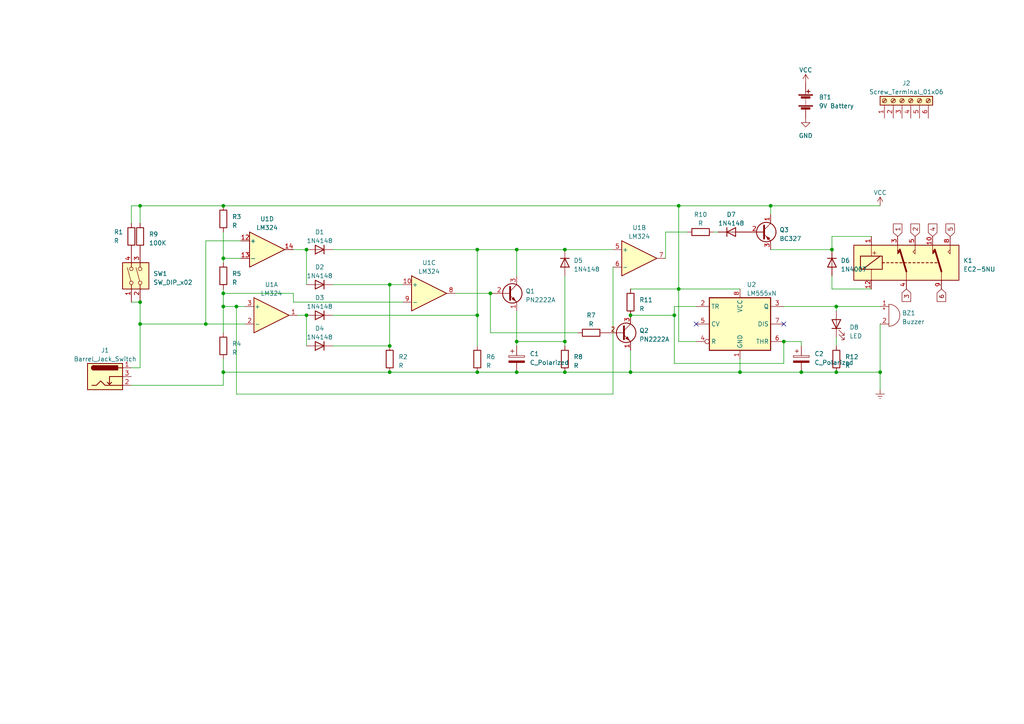
<source format=kicad_sch>
(kicad_sch (version 20230121) (generator eeschema)

  (uuid 5f2008be-88b2-4253-a5c1-d18db7bce8f5)

  (paper "A4")

  (lib_symbols
    (symbol "Amplifier_Operational:LM324" (pin_names (offset 0.127)) (in_bom yes) (on_board yes)
      (property "Reference" "U" (at 0 5.08 0)
        (effects (font (size 1.27 1.27)) (justify left))
      )
      (property "Value" "LM324" (at 0 -5.08 0)
        (effects (font (size 1.27 1.27)) (justify left))
      )
      (property "Footprint" "" (at -1.27 2.54 0)
        (effects (font (size 1.27 1.27)) hide)
      )
      (property "Datasheet" "http://www.ti.com/lit/ds/symlink/lm2902-n.pdf" (at 1.27 5.08 0)
        (effects (font (size 1.27 1.27)) hide)
      )
      (property "ki_locked" "" (at 0 0 0)
        (effects (font (size 1.27 1.27)))
      )
      (property "ki_keywords" "quad opamp" (at 0 0 0)
        (effects (font (size 1.27 1.27)) hide)
      )
      (property "ki_description" "Low-Power, Quad-Operational Amplifiers, DIP-14/SOIC-14/SSOP-14" (at 0 0 0)
        (effects (font (size 1.27 1.27)) hide)
      )
      (property "ki_fp_filters" "SOIC*3.9x8.7mm*P1.27mm* DIP*W7.62mm* TSSOP*4.4x5mm*P0.65mm* SSOP*5.3x6.2mm*P0.65mm* MSOP*3x3mm*P0.5mm*" (at 0 0 0)
        (effects (font (size 1.27 1.27)) hide)
      )
      (symbol "LM324_1_1"
        (polyline
          (pts
            (xy -5.08 5.08)
            (xy 5.08 0)
            (xy -5.08 -5.08)
            (xy -5.08 5.08)
          )
          (stroke (width 0.254) (type default))
          (fill (type background))
        )
        (pin output line (at 7.62 0 180) (length 2.54)
          (name "~" (effects (font (size 1.27 1.27))))
          (number "1" (effects (font (size 1.27 1.27))))
        )
        (pin input line (at -7.62 -2.54 0) (length 2.54)
          (name "-" (effects (font (size 1.27 1.27))))
          (number "2" (effects (font (size 1.27 1.27))))
        )
        (pin input line (at -7.62 2.54 0) (length 2.54)
          (name "+" (effects (font (size 1.27 1.27))))
          (number "3" (effects (font (size 1.27 1.27))))
        )
      )
      (symbol "LM324_2_1"
        (polyline
          (pts
            (xy -5.08 5.08)
            (xy 5.08 0)
            (xy -5.08 -5.08)
            (xy -5.08 5.08)
          )
          (stroke (width 0.254) (type default))
          (fill (type background))
        )
        (pin input line (at -7.62 2.54 0) (length 2.54)
          (name "+" (effects (font (size 1.27 1.27))))
          (number "5" (effects (font (size 1.27 1.27))))
        )
        (pin input line (at -7.62 -2.54 0) (length 2.54)
          (name "-" (effects (font (size 1.27 1.27))))
          (number "6" (effects (font (size 1.27 1.27))))
        )
        (pin output line (at 7.62 0 180) (length 2.54)
          (name "~" (effects (font (size 1.27 1.27))))
          (number "7" (effects (font (size 1.27 1.27))))
        )
      )
      (symbol "LM324_3_1"
        (polyline
          (pts
            (xy -5.08 5.08)
            (xy 5.08 0)
            (xy -5.08 -5.08)
            (xy -5.08 5.08)
          )
          (stroke (width 0.254) (type default))
          (fill (type background))
        )
        (pin input line (at -7.62 2.54 0) (length 2.54)
          (name "+" (effects (font (size 1.27 1.27))))
          (number "10" (effects (font (size 1.27 1.27))))
        )
        (pin output line (at 7.62 0 180) (length 2.54)
          (name "~" (effects (font (size 1.27 1.27))))
          (number "8" (effects (font (size 1.27 1.27))))
        )
        (pin input line (at -7.62 -2.54 0) (length 2.54)
          (name "-" (effects (font (size 1.27 1.27))))
          (number "9" (effects (font (size 1.27 1.27))))
        )
      )
      (symbol "LM324_4_1"
        (polyline
          (pts
            (xy -5.08 5.08)
            (xy 5.08 0)
            (xy -5.08 -5.08)
            (xy -5.08 5.08)
          )
          (stroke (width 0.254) (type default))
          (fill (type background))
        )
        (pin input line (at -7.62 2.54 0) (length 2.54)
          (name "+" (effects (font (size 1.27 1.27))))
          (number "12" (effects (font (size 1.27 1.27))))
        )
        (pin input line (at -7.62 -2.54 0) (length 2.54)
          (name "-" (effects (font (size 1.27 1.27))))
          (number "13" (effects (font (size 1.27 1.27))))
        )
        (pin output line (at 7.62 0 180) (length 2.54)
          (name "~" (effects (font (size 1.27 1.27))))
          (number "14" (effects (font (size 1.27 1.27))))
        )
      )
      (symbol "LM324_5_1"
        (pin power_in line (at -2.54 -7.62 90) (length 3.81)
          (name "V-" (effects (font (size 1.27 1.27))))
          (number "11" (effects (font (size 1.27 1.27))))
        )
        (pin power_in line (at -2.54 7.62 270) (length 3.81)
          (name "V+" (effects (font (size 1.27 1.27))))
          (number "4" (effects (font (size 1.27 1.27))))
        )
      )
    )
    (symbol "Connector:Barrel_Jack_Switch" (pin_names hide) (in_bom yes) (on_board yes)
      (property "Reference" "J" (at 0 5.334 0)
        (effects (font (size 1.27 1.27)))
      )
      (property "Value" "Barrel_Jack_Switch" (at 0 -5.08 0)
        (effects (font (size 1.27 1.27)))
      )
      (property "Footprint" "" (at 1.27 -1.016 0)
        (effects (font (size 1.27 1.27)) hide)
      )
      (property "Datasheet" "~" (at 1.27 -1.016 0)
        (effects (font (size 1.27 1.27)) hide)
      )
      (property "ki_keywords" "DC power barrel jack connector" (at 0 0 0)
        (effects (font (size 1.27 1.27)) hide)
      )
      (property "ki_description" "DC Barrel Jack with an internal switch" (at 0 0 0)
        (effects (font (size 1.27 1.27)) hide)
      )
      (property "ki_fp_filters" "BarrelJack*" (at 0 0 0)
        (effects (font (size 1.27 1.27)) hide)
      )
      (symbol "Barrel_Jack_Switch_0_1"
        (rectangle (start -5.08 3.81) (end 5.08 -3.81)
          (stroke (width 0.254) (type default))
          (fill (type background))
        )
        (arc (start -3.302 3.175) (mid -3.9343 2.54) (end -3.302 1.905)
          (stroke (width 0.254) (type default))
          (fill (type none))
        )
        (arc (start -3.302 3.175) (mid -3.9343 2.54) (end -3.302 1.905)
          (stroke (width 0.254) (type default))
          (fill (type outline))
        )
        (polyline
          (pts
            (xy 1.27 -2.286)
            (xy 1.905 -1.651)
          )
          (stroke (width 0.254) (type default))
          (fill (type none))
        )
        (polyline
          (pts
            (xy 5.08 2.54)
            (xy 3.81 2.54)
          )
          (stroke (width 0.254) (type default))
          (fill (type none))
        )
        (polyline
          (pts
            (xy 5.08 0)
            (xy 1.27 0)
            (xy 1.27 -2.286)
            (xy 0.635 -1.651)
          )
          (stroke (width 0.254) (type default))
          (fill (type none))
        )
        (polyline
          (pts
            (xy -3.81 -2.54)
            (xy -2.54 -2.54)
            (xy -1.27 -1.27)
            (xy 0 -2.54)
            (xy 2.54 -2.54)
            (xy 5.08 -2.54)
          )
          (stroke (width 0.254) (type default))
          (fill (type none))
        )
        (rectangle (start 3.683 3.175) (end -3.302 1.905)
          (stroke (width 0.254) (type default))
          (fill (type outline))
        )
      )
      (symbol "Barrel_Jack_Switch_1_1"
        (pin passive line (at 7.62 2.54 180) (length 2.54)
          (name "~" (effects (font (size 1.27 1.27))))
          (number "1" (effects (font (size 1.27 1.27))))
        )
        (pin passive line (at 7.62 -2.54 180) (length 2.54)
          (name "~" (effects (font (size 1.27 1.27))))
          (number "2" (effects (font (size 1.27 1.27))))
        )
        (pin passive line (at 7.62 0 180) (length 2.54)
          (name "~" (effects (font (size 1.27 1.27))))
          (number "3" (effects (font (size 1.27 1.27))))
        )
      )
    )
    (symbol "Connector:Screw_Terminal_01x06" (pin_names (offset 1.016) hide) (in_bom yes) (on_board yes)
      (property "Reference" "J" (at 0 7.62 0)
        (effects (font (size 1.27 1.27)))
      )
      (property "Value" "Screw_Terminal_01x06" (at 0 -10.16 0)
        (effects (font (size 1.27 1.27)))
      )
      (property "Footprint" "" (at 0 0 0)
        (effects (font (size 1.27 1.27)) hide)
      )
      (property "Datasheet" "~" (at 0 0 0)
        (effects (font (size 1.27 1.27)) hide)
      )
      (property "ki_keywords" "screw terminal" (at 0 0 0)
        (effects (font (size 1.27 1.27)) hide)
      )
      (property "ki_description" "Generic screw terminal, single row, 01x06, script generated (kicad-library-utils/schlib/autogen/connector/)" (at 0 0 0)
        (effects (font (size 1.27 1.27)) hide)
      )
      (property "ki_fp_filters" "TerminalBlock*:*" (at 0 0 0)
        (effects (font (size 1.27 1.27)) hide)
      )
      (symbol "Screw_Terminal_01x06_1_1"
        (rectangle (start -1.27 6.35) (end 1.27 -8.89)
          (stroke (width 0.254) (type default))
          (fill (type background))
        )
        (circle (center 0 -7.62) (radius 0.635)
          (stroke (width 0.1524) (type default))
          (fill (type none))
        )
        (circle (center 0 -5.08) (radius 0.635)
          (stroke (width 0.1524) (type default))
          (fill (type none))
        )
        (circle (center 0 -2.54) (radius 0.635)
          (stroke (width 0.1524) (type default))
          (fill (type none))
        )
        (polyline
          (pts
            (xy -0.5334 -7.2898)
            (xy 0.3302 -8.128)
          )
          (stroke (width 0.1524) (type default))
          (fill (type none))
        )
        (polyline
          (pts
            (xy -0.5334 -4.7498)
            (xy 0.3302 -5.588)
          )
          (stroke (width 0.1524) (type default))
          (fill (type none))
        )
        (polyline
          (pts
            (xy -0.5334 -2.2098)
            (xy 0.3302 -3.048)
          )
          (stroke (width 0.1524) (type default))
          (fill (type none))
        )
        (polyline
          (pts
            (xy -0.5334 0.3302)
            (xy 0.3302 -0.508)
          )
          (stroke (width 0.1524) (type default))
          (fill (type none))
        )
        (polyline
          (pts
            (xy -0.5334 2.8702)
            (xy 0.3302 2.032)
          )
          (stroke (width 0.1524) (type default))
          (fill (type none))
        )
        (polyline
          (pts
            (xy -0.5334 5.4102)
            (xy 0.3302 4.572)
          )
          (stroke (width 0.1524) (type default))
          (fill (type none))
        )
        (polyline
          (pts
            (xy -0.3556 -7.112)
            (xy 0.508 -7.9502)
          )
          (stroke (width 0.1524) (type default))
          (fill (type none))
        )
        (polyline
          (pts
            (xy -0.3556 -4.572)
            (xy 0.508 -5.4102)
          )
          (stroke (width 0.1524) (type default))
          (fill (type none))
        )
        (polyline
          (pts
            (xy -0.3556 -2.032)
            (xy 0.508 -2.8702)
          )
          (stroke (width 0.1524) (type default))
          (fill (type none))
        )
        (polyline
          (pts
            (xy -0.3556 0.508)
            (xy 0.508 -0.3302)
          )
          (stroke (width 0.1524) (type default))
          (fill (type none))
        )
        (polyline
          (pts
            (xy -0.3556 3.048)
            (xy 0.508 2.2098)
          )
          (stroke (width 0.1524) (type default))
          (fill (type none))
        )
        (polyline
          (pts
            (xy -0.3556 5.588)
            (xy 0.508 4.7498)
          )
          (stroke (width 0.1524) (type default))
          (fill (type none))
        )
        (circle (center 0 0) (radius 0.635)
          (stroke (width 0.1524) (type default))
          (fill (type none))
        )
        (circle (center 0 2.54) (radius 0.635)
          (stroke (width 0.1524) (type default))
          (fill (type none))
        )
        (circle (center 0 5.08) (radius 0.635)
          (stroke (width 0.1524) (type default))
          (fill (type none))
        )
        (pin passive line (at -5.08 5.08 0) (length 3.81)
          (name "Pin_1" (effects (font (size 1.27 1.27))))
          (number "1" (effects (font (size 1.27 1.27))))
        )
        (pin passive line (at -5.08 2.54 0) (length 3.81)
          (name "Pin_2" (effects (font (size 1.27 1.27))))
          (number "2" (effects (font (size 1.27 1.27))))
        )
        (pin passive line (at -5.08 0 0) (length 3.81)
          (name "Pin_3" (effects (font (size 1.27 1.27))))
          (number "3" (effects (font (size 1.27 1.27))))
        )
        (pin passive line (at -5.08 -2.54 0) (length 3.81)
          (name "Pin_4" (effects (font (size 1.27 1.27))))
          (number "4" (effects (font (size 1.27 1.27))))
        )
        (pin passive line (at -5.08 -5.08 0) (length 3.81)
          (name "Pin_5" (effects (font (size 1.27 1.27))))
          (number "5" (effects (font (size 1.27 1.27))))
        )
        (pin passive line (at -5.08 -7.62 0) (length 3.81)
          (name "Pin_6" (effects (font (size 1.27 1.27))))
          (number "6" (effects (font (size 1.27 1.27))))
        )
      )
    )
    (symbol "Device:Battery" (pin_numbers hide) (pin_names (offset 0) hide) (in_bom yes) (on_board yes)
      (property "Reference" "BT" (at 2.54 2.54 0)
        (effects (font (size 1.27 1.27)) (justify left))
      )
      (property "Value" "Battery" (at 2.54 0 0)
        (effects (font (size 1.27 1.27)) (justify left))
      )
      (property "Footprint" "" (at 0 1.524 90)
        (effects (font (size 1.27 1.27)) hide)
      )
      (property "Datasheet" "~" (at 0 1.524 90)
        (effects (font (size 1.27 1.27)) hide)
      )
      (property "ki_keywords" "batt voltage-source cell" (at 0 0 0)
        (effects (font (size 1.27 1.27)) hide)
      )
      (property "ki_description" "Multiple-cell battery" (at 0 0 0)
        (effects (font (size 1.27 1.27)) hide)
      )
      (symbol "Battery_0_1"
        (rectangle (start -2.032 -1.397) (end 2.032 -1.651)
          (stroke (width 0) (type default))
          (fill (type outline))
        )
        (rectangle (start -2.032 1.778) (end 2.032 1.524)
          (stroke (width 0) (type default))
          (fill (type outline))
        )
        (rectangle (start -1.3208 -1.9812) (end 1.27 -2.4892)
          (stroke (width 0) (type default))
          (fill (type outline))
        )
        (rectangle (start -1.3208 1.1938) (end 1.27 0.6858)
          (stroke (width 0) (type default))
          (fill (type outline))
        )
        (polyline
          (pts
            (xy 0 -1.524)
            (xy 0 -1.27)
          )
          (stroke (width 0) (type default))
          (fill (type none))
        )
        (polyline
          (pts
            (xy 0 -1.016)
            (xy 0 -0.762)
          )
          (stroke (width 0) (type default))
          (fill (type none))
        )
        (polyline
          (pts
            (xy 0 -0.508)
            (xy 0 -0.254)
          )
          (stroke (width 0) (type default))
          (fill (type none))
        )
        (polyline
          (pts
            (xy 0 0)
            (xy 0 0.254)
          )
          (stroke (width 0) (type default))
          (fill (type none))
        )
        (polyline
          (pts
            (xy 0 0.508)
            (xy 0 0.762)
          )
          (stroke (width 0) (type default))
          (fill (type none))
        )
        (polyline
          (pts
            (xy 0 1.778)
            (xy 0 2.54)
          )
          (stroke (width 0) (type default))
          (fill (type none))
        )
        (polyline
          (pts
            (xy 0.254 2.667)
            (xy 1.27 2.667)
          )
          (stroke (width 0.254) (type default))
          (fill (type none))
        )
        (polyline
          (pts
            (xy 0.762 3.175)
            (xy 0.762 2.159)
          )
          (stroke (width 0.254) (type default))
          (fill (type none))
        )
      )
      (symbol "Battery_1_1"
        (pin passive line (at 0 5.08 270) (length 2.54)
          (name "+" (effects (font (size 1.27 1.27))))
          (number "1" (effects (font (size 1.27 1.27))))
        )
        (pin passive line (at 0 -5.08 90) (length 2.54)
          (name "-" (effects (font (size 1.27 1.27))))
          (number "2" (effects (font (size 1.27 1.27))))
        )
      )
    )
    (symbol "Device:Buzzer" (pin_names (offset 0.0254) hide) (in_bom yes) (on_board yes)
      (property "Reference" "BZ" (at 3.81 1.27 0)
        (effects (font (size 1.27 1.27)) (justify left))
      )
      (property "Value" "Buzzer" (at 3.81 -1.27 0)
        (effects (font (size 1.27 1.27)) (justify left))
      )
      (property "Footprint" "" (at -0.635 2.54 90)
        (effects (font (size 1.27 1.27)) hide)
      )
      (property "Datasheet" "~" (at -0.635 2.54 90)
        (effects (font (size 1.27 1.27)) hide)
      )
      (property "ki_keywords" "quartz resonator ceramic" (at 0 0 0)
        (effects (font (size 1.27 1.27)) hide)
      )
      (property "ki_description" "Buzzer, polarized" (at 0 0 0)
        (effects (font (size 1.27 1.27)) hide)
      )
      (property "ki_fp_filters" "*Buzzer*" (at 0 0 0)
        (effects (font (size 1.27 1.27)) hide)
      )
      (symbol "Buzzer_0_1"
        (arc (start 0 -3.175) (mid 3.1612 0) (end 0 3.175)
          (stroke (width 0) (type default))
          (fill (type none))
        )
        (polyline
          (pts
            (xy -1.651 1.905)
            (xy -1.143 1.905)
          )
          (stroke (width 0) (type default))
          (fill (type none))
        )
        (polyline
          (pts
            (xy -1.397 2.159)
            (xy -1.397 1.651)
          )
          (stroke (width 0) (type default))
          (fill (type none))
        )
        (polyline
          (pts
            (xy 0 3.175)
            (xy 0 -3.175)
          )
          (stroke (width 0) (type default))
          (fill (type none))
        )
      )
      (symbol "Buzzer_1_1"
        (pin passive line (at -2.54 2.54 0) (length 2.54)
          (name "-" (effects (font (size 1.27 1.27))))
          (number "1" (effects (font (size 1.27 1.27))))
        )
        (pin passive line (at -2.54 -2.54 0) (length 2.54)
          (name "+" (effects (font (size 1.27 1.27))))
          (number "2" (effects (font (size 1.27 1.27))))
        )
      )
    )
    (symbol "Device:C_Polarized" (pin_numbers hide) (pin_names (offset 0.254)) (in_bom yes) (on_board yes)
      (property "Reference" "C" (at 0.635 2.54 0)
        (effects (font (size 1.27 1.27)) (justify left))
      )
      (property "Value" "C_Polarized" (at 0.635 -2.54 0)
        (effects (font (size 1.27 1.27)) (justify left))
      )
      (property "Footprint" "" (at 0.9652 -3.81 0)
        (effects (font (size 1.27 1.27)) hide)
      )
      (property "Datasheet" "~" (at 0 0 0)
        (effects (font (size 1.27 1.27)) hide)
      )
      (property "ki_keywords" "cap capacitor" (at 0 0 0)
        (effects (font (size 1.27 1.27)) hide)
      )
      (property "ki_description" "Polarized capacitor" (at 0 0 0)
        (effects (font (size 1.27 1.27)) hide)
      )
      (property "ki_fp_filters" "CP_*" (at 0 0 0)
        (effects (font (size 1.27 1.27)) hide)
      )
      (symbol "C_Polarized_0_1"
        (rectangle (start -2.286 0.508) (end 2.286 1.016)
          (stroke (width 0) (type default))
          (fill (type none))
        )
        (polyline
          (pts
            (xy -1.778 2.286)
            (xy -0.762 2.286)
          )
          (stroke (width 0) (type default))
          (fill (type none))
        )
        (polyline
          (pts
            (xy -1.27 2.794)
            (xy -1.27 1.778)
          )
          (stroke (width 0) (type default))
          (fill (type none))
        )
        (rectangle (start 2.286 -0.508) (end -2.286 -1.016)
          (stroke (width 0) (type default))
          (fill (type outline))
        )
      )
      (symbol "C_Polarized_1_1"
        (pin passive line (at 0 3.81 270) (length 2.794)
          (name "~" (effects (font (size 1.27 1.27))))
          (number "1" (effects (font (size 1.27 1.27))))
        )
        (pin passive line (at 0 -3.81 90) (length 2.794)
          (name "~" (effects (font (size 1.27 1.27))))
          (number "2" (effects (font (size 1.27 1.27))))
        )
      )
    )
    (symbol "Device:LED" (pin_numbers hide) (pin_names (offset 1.016) hide) (in_bom yes) (on_board yes)
      (property "Reference" "D" (at 0 2.54 0)
        (effects (font (size 1.27 1.27)))
      )
      (property "Value" "LED" (at 0 -2.54 0)
        (effects (font (size 1.27 1.27)))
      )
      (property "Footprint" "" (at 0 0 0)
        (effects (font (size 1.27 1.27)) hide)
      )
      (property "Datasheet" "~" (at 0 0 0)
        (effects (font (size 1.27 1.27)) hide)
      )
      (property "ki_keywords" "LED diode" (at 0 0 0)
        (effects (font (size 1.27 1.27)) hide)
      )
      (property "ki_description" "Light emitting diode" (at 0 0 0)
        (effects (font (size 1.27 1.27)) hide)
      )
      (property "ki_fp_filters" "LED* LED_SMD:* LED_THT:*" (at 0 0 0)
        (effects (font (size 1.27 1.27)) hide)
      )
      (symbol "LED_0_1"
        (polyline
          (pts
            (xy -1.27 -1.27)
            (xy -1.27 1.27)
          )
          (stroke (width 0.254) (type default))
          (fill (type none))
        )
        (polyline
          (pts
            (xy -1.27 0)
            (xy 1.27 0)
          )
          (stroke (width 0) (type default))
          (fill (type none))
        )
        (polyline
          (pts
            (xy 1.27 -1.27)
            (xy 1.27 1.27)
            (xy -1.27 0)
            (xy 1.27 -1.27)
          )
          (stroke (width 0.254) (type default))
          (fill (type none))
        )
        (polyline
          (pts
            (xy -3.048 -0.762)
            (xy -4.572 -2.286)
            (xy -3.81 -2.286)
            (xy -4.572 -2.286)
            (xy -4.572 -1.524)
          )
          (stroke (width 0) (type default))
          (fill (type none))
        )
        (polyline
          (pts
            (xy -1.778 -0.762)
            (xy -3.302 -2.286)
            (xy -2.54 -2.286)
            (xy -3.302 -2.286)
            (xy -3.302 -1.524)
          )
          (stroke (width 0) (type default))
          (fill (type none))
        )
      )
      (symbol "LED_1_1"
        (pin passive line (at -3.81 0 0) (length 2.54)
          (name "K" (effects (font (size 1.27 1.27))))
          (number "1" (effects (font (size 1.27 1.27))))
        )
        (pin passive line (at 3.81 0 180) (length 2.54)
          (name "A" (effects (font (size 1.27 1.27))))
          (number "2" (effects (font (size 1.27 1.27))))
        )
      )
    )
    (symbol "Device:R" (pin_numbers hide) (pin_names (offset 0)) (in_bom yes) (on_board yes)
      (property "Reference" "R" (at 2.032 0 90)
        (effects (font (size 1.27 1.27)))
      )
      (property "Value" "R" (at 0 0 90)
        (effects (font (size 1.27 1.27)))
      )
      (property "Footprint" "" (at -1.778 0 90)
        (effects (font (size 1.27 1.27)) hide)
      )
      (property "Datasheet" "~" (at 0 0 0)
        (effects (font (size 1.27 1.27)) hide)
      )
      (property "ki_keywords" "R res resistor" (at 0 0 0)
        (effects (font (size 1.27 1.27)) hide)
      )
      (property "ki_description" "Resistor" (at 0 0 0)
        (effects (font (size 1.27 1.27)) hide)
      )
      (property "ki_fp_filters" "R_*" (at 0 0 0)
        (effects (font (size 1.27 1.27)) hide)
      )
      (symbol "R_0_1"
        (rectangle (start -1.016 -2.54) (end 1.016 2.54)
          (stroke (width 0.254) (type default))
          (fill (type none))
        )
      )
      (symbol "R_1_1"
        (pin passive line (at 0 3.81 270) (length 1.27)
          (name "~" (effects (font (size 1.27 1.27))))
          (number "1" (effects (font (size 1.27 1.27))))
        )
        (pin passive line (at 0 -3.81 90) (length 1.27)
          (name "~" (effects (font (size 1.27 1.27))))
          (number "2" (effects (font (size 1.27 1.27))))
        )
      )
    )
    (symbol "Diode:1N4007" (pin_numbers hide) (pin_names hide) (in_bom yes) (on_board yes)
      (property "Reference" "D" (at 0 2.54 0)
        (effects (font (size 1.27 1.27)))
      )
      (property "Value" "1N4007" (at 0 -2.54 0)
        (effects (font (size 1.27 1.27)))
      )
      (property "Footprint" "Diode_THT:D_DO-41_SOD81_P10.16mm_Horizontal" (at 0 -4.445 0)
        (effects (font (size 1.27 1.27)) hide)
      )
      (property "Datasheet" "http://www.vishay.com/docs/88503/1n4001.pdf" (at 0 0 0)
        (effects (font (size 1.27 1.27)) hide)
      )
      (property "Sim.Device" "D" (at 0 0 0)
        (effects (font (size 1.27 1.27)) hide)
      )
      (property "Sim.Pins" "1=K 2=A" (at 0 0 0)
        (effects (font (size 1.27 1.27)) hide)
      )
      (property "ki_keywords" "diode" (at 0 0 0)
        (effects (font (size 1.27 1.27)) hide)
      )
      (property "ki_description" "1000V 1A General Purpose Rectifier Diode, DO-41" (at 0 0 0)
        (effects (font (size 1.27 1.27)) hide)
      )
      (property "ki_fp_filters" "D*DO?41*" (at 0 0 0)
        (effects (font (size 1.27 1.27)) hide)
      )
      (symbol "1N4007_0_1"
        (polyline
          (pts
            (xy -1.27 1.27)
            (xy -1.27 -1.27)
          )
          (stroke (width 0.254) (type default))
          (fill (type none))
        )
        (polyline
          (pts
            (xy 1.27 0)
            (xy -1.27 0)
          )
          (stroke (width 0) (type default))
          (fill (type none))
        )
        (polyline
          (pts
            (xy 1.27 1.27)
            (xy 1.27 -1.27)
            (xy -1.27 0)
            (xy 1.27 1.27)
          )
          (stroke (width 0.254) (type default))
          (fill (type none))
        )
      )
      (symbol "1N4007_1_1"
        (pin passive line (at -3.81 0 0) (length 2.54)
          (name "K" (effects (font (size 1.27 1.27))))
          (number "1" (effects (font (size 1.27 1.27))))
        )
        (pin passive line (at 3.81 0 180) (length 2.54)
          (name "A" (effects (font (size 1.27 1.27))))
          (number "2" (effects (font (size 1.27 1.27))))
        )
      )
    )
    (symbol "Diode:1N4148" (pin_numbers hide) (pin_names hide) (in_bom yes) (on_board yes)
      (property "Reference" "D" (at 0 2.54 0)
        (effects (font (size 1.27 1.27)))
      )
      (property "Value" "1N4148" (at 0 -2.54 0)
        (effects (font (size 1.27 1.27)))
      )
      (property "Footprint" "Diode_THT:D_DO-35_SOD27_P7.62mm_Horizontal" (at 0 0 0)
        (effects (font (size 1.27 1.27)) hide)
      )
      (property "Datasheet" "https://assets.nexperia.com/documents/data-sheet/1N4148_1N4448.pdf" (at 0 0 0)
        (effects (font (size 1.27 1.27)) hide)
      )
      (property "Sim.Device" "D" (at 0 0 0)
        (effects (font (size 1.27 1.27)) hide)
      )
      (property "Sim.Pins" "1=K 2=A" (at 0 0 0)
        (effects (font (size 1.27 1.27)) hide)
      )
      (property "ki_keywords" "diode" (at 0 0 0)
        (effects (font (size 1.27 1.27)) hide)
      )
      (property "ki_description" "100V 0.15A standard switching diode, DO-35" (at 0 0 0)
        (effects (font (size 1.27 1.27)) hide)
      )
      (property "ki_fp_filters" "D*DO?35*" (at 0 0 0)
        (effects (font (size 1.27 1.27)) hide)
      )
      (symbol "1N4148_0_1"
        (polyline
          (pts
            (xy -1.27 1.27)
            (xy -1.27 -1.27)
          )
          (stroke (width 0.254) (type default))
          (fill (type none))
        )
        (polyline
          (pts
            (xy 1.27 0)
            (xy -1.27 0)
          )
          (stroke (width 0) (type default))
          (fill (type none))
        )
        (polyline
          (pts
            (xy 1.27 1.27)
            (xy 1.27 -1.27)
            (xy -1.27 0)
            (xy 1.27 1.27)
          )
          (stroke (width 0.254) (type default))
          (fill (type none))
        )
      )
      (symbol "1N4148_1_1"
        (pin passive line (at -3.81 0 0) (length 2.54)
          (name "K" (effects (font (size 1.27 1.27))))
          (number "1" (effects (font (size 1.27 1.27))))
        )
        (pin passive line (at 3.81 0 180) (length 2.54)
          (name "A" (effects (font (size 1.27 1.27))))
          (number "2" (effects (font (size 1.27 1.27))))
        )
      )
    )
    (symbol "Relay:EC2-5NU" (in_bom yes) (on_board yes)
      (property "Reference" "K" (at 15.24 8.89 0)
        (effects (font (size 1.27 1.27)))
      )
      (property "Value" "EC2-5NU" (at 19.05 6.35 0)
        (effects (font (size 1.27 1.27)))
      )
      (property "Footprint" "Relay_THT:Relay_DPDT_Kemet_EC2" (at 0 0 0)
        (effects (font (size 1.27 1.27)) hide)
      )
      (property "Datasheet" "https://content.kemet.com/datasheets/KEM_R7002_EC2_EE2.pdf" (at 0 0 0)
        (effects (font (size 1.27 1.27)) hide)
      )
      (property "ki_keywords" "signal relay double pole double throw DPDT DC coil non latching" (at 0 0 0)
        (effects (font (size 1.27 1.27)) hide)
      )
      (property "ki_description" "General purpose signal relay, Kemet EC2 Series, DPDT (2 Form C), non-latching, through hole, 60W/125VA, 220VDC/250VAC, 2A, 5V DC coil" (at 0 0 0)
        (effects (font (size 1.27 1.27)) hide)
      )
      (property "ki_fp_filters" "Relay*THT*Kemet*EC2*" (at 0 0 0)
        (effects (font (size 1.27 1.27)) hide)
      )
      (symbol "EC2-5NU_1_1"
        (rectangle (start -15.24 5.08) (end 15.24 -5.08)
          (stroke (width 0.254) (type default))
          (fill (type background))
        )
        (rectangle (start -13.335 1.905) (end -6.985 -1.905)
          (stroke (width 0.254) (type default))
          (fill (type none))
        )
        (polyline
          (pts
            (xy -12.7 -1.905)
            (xy -7.62 1.905)
          )
          (stroke (width 0.254) (type default))
          (fill (type none))
        )
        (polyline
          (pts
            (xy -10.16 -5.08)
            (xy -10.16 -1.905)
          )
          (stroke (width 0) (type default))
          (fill (type none))
        )
        (polyline
          (pts
            (xy -10.16 5.08)
            (xy -10.16 1.905)
          )
          (stroke (width 0) (type default))
          (fill (type none))
        )
        (polyline
          (pts
            (xy -6.985 0)
            (xy -6.35 0)
          )
          (stroke (width 0.254) (type default))
          (fill (type none))
        )
        (polyline
          (pts
            (xy -5.715 0)
            (xy -5.08 0)
          )
          (stroke (width 0.254) (type default))
          (fill (type none))
        )
        (polyline
          (pts
            (xy -4.445 0)
            (xy -3.81 0)
          )
          (stroke (width 0.254) (type default))
          (fill (type none))
        )
        (polyline
          (pts
            (xy -3.175 0)
            (xy -2.54 0)
          )
          (stroke (width 0.254) (type default))
          (fill (type none))
        )
        (polyline
          (pts
            (xy -1.905 0)
            (xy -1.27 0)
          )
          (stroke (width 0.254) (type default))
          (fill (type none))
        )
        (polyline
          (pts
            (xy -0.635 0)
            (xy 0 0)
          )
          (stroke (width 0.254) (type default))
          (fill (type none))
        )
        (polyline
          (pts
            (xy 0 -2.54)
            (xy -1.905 3.81)
          )
          (stroke (width 0.508) (type default))
          (fill (type none))
        )
        (polyline
          (pts
            (xy 0 -2.54)
            (xy 0 -5.08)
          )
          (stroke (width 0) (type default))
          (fill (type none))
        )
        (polyline
          (pts
            (xy 0.635 0)
            (xy 1.27 0)
          )
          (stroke (width 0.254) (type default))
          (fill (type none))
        )
        (polyline
          (pts
            (xy 1.905 0)
            (xy 2.54 0)
          )
          (stroke (width 0.254) (type default))
          (fill (type none))
        )
        (polyline
          (pts
            (xy 3.175 0)
            (xy 3.81 0)
          )
          (stroke (width 0.254) (type default))
          (fill (type none))
        )
        (polyline
          (pts
            (xy 4.445 0)
            (xy 5.08 0)
          )
          (stroke (width 0.254) (type default))
          (fill (type none))
        )
        (polyline
          (pts
            (xy 5.715 0)
            (xy 6.35 0)
          )
          (stroke (width 0.254) (type default))
          (fill (type none))
        )
        (polyline
          (pts
            (xy 6.985 0)
            (xy 7.62 0)
          )
          (stroke (width 0.254) (type default))
          (fill (type none))
        )
        (polyline
          (pts
            (xy 8.255 0)
            (xy 8.89 0)
          )
          (stroke (width 0.254) (type default))
          (fill (type none))
        )
        (polyline
          (pts
            (xy 10.16 -2.54)
            (xy 8.255 3.81)
          )
          (stroke (width 0.508) (type default))
          (fill (type none))
        )
        (polyline
          (pts
            (xy 10.16 -2.54)
            (xy 10.16 -5.08)
          )
          (stroke (width 0) (type default))
          (fill (type none))
        )
        (polyline
          (pts
            (xy -2.54 5.08)
            (xy -2.54 2.54)
            (xy -1.905 3.175)
            (xy -2.54 3.81)
          )
          (stroke (width 0) (type default))
          (fill (type outline))
        )
        (polyline
          (pts
            (xy 2.54 5.08)
            (xy 2.54 2.54)
            (xy 1.905 3.175)
            (xy 2.54 3.81)
          )
          (stroke (width 0) (type default))
          (fill (type none))
        )
        (polyline
          (pts
            (xy 7.62 5.08)
            (xy 7.62 2.54)
            (xy 8.255 3.175)
            (xy 7.62 3.81)
          )
          (stroke (width 0) (type default))
          (fill (type outline))
        )
        (polyline
          (pts
            (xy 12.7 5.08)
            (xy 12.7 2.54)
            (xy 12.065 3.175)
            (xy 12.7 3.81)
          )
          (stroke (width 0) (type default))
          (fill (type none))
        )
        (text "+" (at -9.271 2.921 0)
          (effects (font (size 1.27 1.27)))
        )
        (pin passive line (at -10.16 7.62 270) (length 2.54)
          (name "~" (effects (font (size 1.27 1.27))))
          (number "1" (effects (font (size 1.27 1.27))))
        )
        (pin passive line (at 7.62 7.62 270) (length 2.54)
          (name "~" (effects (font (size 1.27 1.27))))
          (number "10" (effects (font (size 1.27 1.27))))
        )
        (pin passive line (at -10.16 -7.62 90) (length 2.54)
          (name "~" (effects (font (size 1.27 1.27))))
          (number "12" (effects (font (size 1.27 1.27))))
        )
        (pin passive line (at -2.54 7.62 270) (length 2.54)
          (name "~" (effects (font (size 1.27 1.27))))
          (number "3" (effects (font (size 1.27 1.27))))
        )
        (pin passive line (at 0 -7.62 90) (length 2.54)
          (name "~" (effects (font (size 1.27 1.27))))
          (number "4" (effects (font (size 1.27 1.27))))
        )
        (pin passive line (at 2.54 7.62 270) (length 2.54)
          (name "~" (effects (font (size 1.27 1.27))))
          (number "5" (effects (font (size 1.27 1.27))))
        )
        (pin passive line (at 12.7 7.62 270) (length 2.54)
          (name "~" (effects (font (size 1.27 1.27))))
          (number "8" (effects (font (size 1.27 1.27))))
        )
        (pin passive line (at 10.16 -7.62 90) (length 2.54)
          (name "~" (effects (font (size 1.27 1.27))))
          (number "9" (effects (font (size 1.27 1.27))))
        )
      )
    )
    (symbol "Switch:SW_DIP_x02" (pin_names (offset 0) hide) (in_bom yes) (on_board yes)
      (property "Reference" "SW" (at 0 6.35 0)
        (effects (font (size 1.27 1.27)))
      )
      (property "Value" "SW_DIP_x02" (at 0 -3.81 0)
        (effects (font (size 1.27 1.27)))
      )
      (property "Footprint" "" (at 0 0 0)
        (effects (font (size 1.27 1.27)) hide)
      )
      (property "Datasheet" "~" (at 0 0 0)
        (effects (font (size 1.27 1.27)) hide)
      )
      (property "ki_keywords" "dip switch" (at 0 0 0)
        (effects (font (size 1.27 1.27)) hide)
      )
      (property "ki_description" "2x DIP Switch, Single Pole Single Throw (SPST) switch, small symbol" (at 0 0 0)
        (effects (font (size 1.27 1.27)) hide)
      )
      (property "ki_fp_filters" "SW?DIP?x2*" (at 0 0 0)
        (effects (font (size 1.27 1.27)) hide)
      )
      (symbol "SW_DIP_x02_0_0"
        (circle (center -2.032 0) (radius 0.508)
          (stroke (width 0) (type default))
          (fill (type none))
        )
        (circle (center -2.032 2.54) (radius 0.508)
          (stroke (width 0) (type default))
          (fill (type none))
        )
        (polyline
          (pts
            (xy -1.524 0.127)
            (xy 2.3622 1.1684)
          )
          (stroke (width 0) (type default))
          (fill (type none))
        )
        (polyline
          (pts
            (xy -1.524 2.667)
            (xy 2.3622 3.7084)
          )
          (stroke (width 0) (type default))
          (fill (type none))
        )
        (circle (center 2.032 0) (radius 0.508)
          (stroke (width 0) (type default))
          (fill (type none))
        )
        (circle (center 2.032 2.54) (radius 0.508)
          (stroke (width 0) (type default))
          (fill (type none))
        )
      )
      (symbol "SW_DIP_x02_0_1"
        (rectangle (start -3.81 5.08) (end 3.81 -2.54)
          (stroke (width 0.254) (type default))
          (fill (type background))
        )
      )
      (symbol "SW_DIP_x02_1_1"
        (pin passive line (at -7.62 2.54 0) (length 5.08)
          (name "~" (effects (font (size 1.27 1.27))))
          (number "1" (effects (font (size 1.27 1.27))))
        )
        (pin passive line (at -7.62 0 0) (length 5.08)
          (name "~" (effects (font (size 1.27 1.27))))
          (number "2" (effects (font (size 1.27 1.27))))
        )
        (pin passive line (at 7.62 0 180) (length 5.08)
          (name "~" (effects (font (size 1.27 1.27))))
          (number "3" (effects (font (size 1.27 1.27))))
        )
        (pin passive line (at 7.62 2.54 180) (length 5.08)
          (name "~" (effects (font (size 1.27 1.27))))
          (number "4" (effects (font (size 1.27 1.27))))
        )
      )
    )
    (symbol "Timer:LM555xN" (in_bom yes) (on_board yes)
      (property "Reference" "U" (at -10.16 8.89 0)
        (effects (font (size 1.27 1.27)) (justify left))
      )
      (property "Value" "LM555xN" (at 2.54 8.89 0)
        (effects (font (size 1.27 1.27)) (justify left))
      )
      (property "Footprint" "Package_DIP:DIP-8_W7.62mm" (at 16.51 -10.16 0)
        (effects (font (size 1.27 1.27)) hide)
      )
      (property "Datasheet" "http://www.ti.com/lit/ds/symlink/lm555.pdf" (at 21.59 -10.16 0)
        (effects (font (size 1.27 1.27)) hide)
      )
      (property "ki_keywords" "single timer 555" (at 0 0 0)
        (effects (font (size 1.27 1.27)) hide)
      )
      (property "ki_description" "Timer, 555 compatible, PDIP-8" (at 0 0 0)
        (effects (font (size 1.27 1.27)) hide)
      )
      (property "ki_fp_filters" "DIP*W7.62mm*" (at 0 0 0)
        (effects (font (size 1.27 1.27)) hide)
      )
      (symbol "LM555xN_0_0"
        (pin power_in line (at 0 -10.16 90) (length 2.54)
          (name "GND" (effects (font (size 1.27 1.27))))
          (number "1" (effects (font (size 1.27 1.27))))
        )
        (pin power_in line (at 0 10.16 270) (length 2.54)
          (name "VCC" (effects (font (size 1.27 1.27))))
          (number "8" (effects (font (size 1.27 1.27))))
        )
      )
      (symbol "LM555xN_0_1"
        (rectangle (start -8.89 -7.62) (end 8.89 7.62)
          (stroke (width 0.254) (type default))
          (fill (type background))
        )
        (rectangle (start -8.89 -7.62) (end 8.89 7.62)
          (stroke (width 0.254) (type default))
          (fill (type background))
        )
      )
      (symbol "LM555xN_1_1"
        (pin input line (at -12.7 5.08 0) (length 3.81)
          (name "TR" (effects (font (size 1.27 1.27))))
          (number "2" (effects (font (size 1.27 1.27))))
        )
        (pin output line (at 12.7 5.08 180) (length 3.81)
          (name "Q" (effects (font (size 1.27 1.27))))
          (number "3" (effects (font (size 1.27 1.27))))
        )
        (pin input inverted (at -12.7 -5.08 0) (length 3.81)
          (name "R" (effects (font (size 1.27 1.27))))
          (number "4" (effects (font (size 1.27 1.27))))
        )
        (pin input line (at -12.7 0 0) (length 3.81)
          (name "CV" (effects (font (size 1.27 1.27))))
          (number "5" (effects (font (size 1.27 1.27))))
        )
        (pin input line (at 12.7 -5.08 180) (length 3.81)
          (name "THR" (effects (font (size 1.27 1.27))))
          (number "6" (effects (font (size 1.27 1.27))))
        )
        (pin input line (at 12.7 0 180) (length 3.81)
          (name "DIS" (effects (font (size 1.27 1.27))))
          (number "7" (effects (font (size 1.27 1.27))))
        )
      )
    )
    (symbol "Transistor_BJT:BC327" (pin_names (offset 0) hide) (in_bom yes) (on_board yes)
      (property "Reference" "Q" (at 5.08 1.905 0)
        (effects (font (size 1.27 1.27)) (justify left))
      )
      (property "Value" "BC327" (at 5.08 0 0)
        (effects (font (size 1.27 1.27)) (justify left))
      )
      (property "Footprint" "Package_TO_SOT_THT:TO-92_Inline" (at 5.08 -1.905 0)
        (effects (font (size 1.27 1.27) italic) (justify left) hide)
      )
      (property "Datasheet" "http://www.onsemi.com/pub_link/Collateral/BC327-D.PDF" (at 0 0 0)
        (effects (font (size 1.27 1.27)) (justify left) hide)
      )
      (property "ki_keywords" "PNP Transistor" (at 0 0 0)
        (effects (font (size 1.27 1.27)) hide)
      )
      (property "ki_description" "0.8A Ic, 45V Vce, PNP Transistor, TO-92" (at 0 0 0)
        (effects (font (size 1.27 1.27)) hide)
      )
      (property "ki_fp_filters" "TO?92*" (at 0 0 0)
        (effects (font (size 1.27 1.27)) hide)
      )
      (symbol "BC327_0_1"
        (polyline
          (pts
            (xy 0.635 0.635)
            (xy 2.54 2.54)
          )
          (stroke (width 0) (type default))
          (fill (type none))
        )
        (polyline
          (pts
            (xy 0.635 -0.635)
            (xy 2.54 -2.54)
            (xy 2.54 -2.54)
          )
          (stroke (width 0) (type default))
          (fill (type none))
        )
        (polyline
          (pts
            (xy 0.635 1.905)
            (xy 0.635 -1.905)
            (xy 0.635 -1.905)
          )
          (stroke (width 0.508) (type default))
          (fill (type none))
        )
        (polyline
          (pts
            (xy 2.286 -1.778)
            (xy 1.778 -2.286)
            (xy 1.27 -1.27)
            (xy 2.286 -1.778)
            (xy 2.286 -1.778)
          )
          (stroke (width 0) (type default))
          (fill (type outline))
        )
        (circle (center 1.27 0) (radius 2.8194)
          (stroke (width 0.254) (type default))
          (fill (type none))
        )
      )
      (symbol "BC327_1_1"
        (pin passive line (at 2.54 5.08 270) (length 2.54)
          (name "C" (effects (font (size 1.27 1.27))))
          (number "1" (effects (font (size 1.27 1.27))))
        )
        (pin input line (at -5.08 0 0) (length 5.715)
          (name "B" (effects (font (size 1.27 1.27))))
          (number "2" (effects (font (size 1.27 1.27))))
        )
        (pin passive line (at 2.54 -5.08 90) (length 2.54)
          (name "E" (effects (font (size 1.27 1.27))))
          (number "3" (effects (font (size 1.27 1.27))))
        )
      )
    )
    (symbol "Transistor_BJT:PN2222A" (pin_names (offset 0) hide) (in_bom yes) (on_board yes)
      (property "Reference" "Q" (at 5.08 1.905 0)
        (effects (font (size 1.27 1.27)) (justify left))
      )
      (property "Value" "PN2222A" (at 5.08 0 0)
        (effects (font (size 1.27 1.27)) (justify left))
      )
      (property "Footprint" "Package_TO_SOT_THT:TO-92_Inline" (at 5.08 -1.905 0)
        (effects (font (size 1.27 1.27) italic) (justify left) hide)
      )
      (property "Datasheet" "https://www.onsemi.com/pub/Collateral/PN2222-D.PDF" (at 0 0 0)
        (effects (font (size 1.27 1.27)) (justify left) hide)
      )
      (property "ki_keywords" "NPN Transistor" (at 0 0 0)
        (effects (font (size 1.27 1.27)) hide)
      )
      (property "ki_description" "1A Ic, 40V Vce, NPN Transistor, General Purpose Transistor, TO-92" (at 0 0 0)
        (effects (font (size 1.27 1.27)) hide)
      )
      (property "ki_fp_filters" "TO?92*" (at 0 0 0)
        (effects (font (size 1.27 1.27)) hide)
      )
      (symbol "PN2222A_0_1"
        (polyline
          (pts
            (xy 0 0)
            (xy 0.635 0)
          )
          (stroke (width 0) (type default))
          (fill (type none))
        )
        (polyline
          (pts
            (xy 2.54 -2.54)
            (xy 0.635 -0.635)
          )
          (stroke (width 0) (type default))
          (fill (type none))
        )
        (polyline
          (pts
            (xy 2.54 2.54)
            (xy 0.635 0.635)
          )
          (stroke (width 0) (type default))
          (fill (type none))
        )
        (polyline
          (pts
            (xy 0.635 1.905)
            (xy 0.635 -1.905)
            (xy 0.635 -1.905)
          )
          (stroke (width 0.508) (type default))
          (fill (type none))
        )
        (polyline
          (pts
            (xy 2.413 -2.413)
            (xy 1.905 -1.905)
            (xy 1.905 -1.905)
          )
          (stroke (width 0) (type default))
          (fill (type none))
        )
        (polyline
          (pts
            (xy 1.143 -1.651)
            (xy 1.651 -1.143)
            (xy 2.159 -2.159)
            (xy 1.143 -1.651)
            (xy 1.143 -1.651)
          )
          (stroke (width 0) (type default))
          (fill (type outline))
        )
        (circle (center 1.27 0) (radius 2.8194)
          (stroke (width 0.254) (type default))
          (fill (type none))
        )
      )
      (symbol "PN2222A_1_1"
        (pin passive line (at 2.54 -5.08 90) (length 2.54)
          (name "E" (effects (font (size 1.27 1.27))))
          (number "1" (effects (font (size 1.27 1.27))))
        )
        (pin input line (at -5.08 0 0) (length 5.08)
          (name "B" (effects (font (size 1.27 1.27))))
          (number "2" (effects (font (size 1.27 1.27))))
        )
        (pin passive line (at 2.54 5.08 270) (length 2.54)
          (name "C" (effects (font (size 1.27 1.27))))
          (number "3" (effects (font (size 1.27 1.27))))
        )
      )
    )
    (symbol "power:Earth" (power) (pin_names (offset 0)) (in_bom yes) (on_board yes)
      (property "Reference" "#PWR" (at 0 -6.35 0)
        (effects (font (size 1.27 1.27)) hide)
      )
      (property "Value" "Earth" (at 0 -3.81 0)
        (effects (font (size 1.27 1.27)) hide)
      )
      (property "Footprint" "" (at 0 0 0)
        (effects (font (size 1.27 1.27)) hide)
      )
      (property "Datasheet" "~" (at 0 0 0)
        (effects (font (size 1.27 1.27)) hide)
      )
      (property "ki_keywords" "global ground gnd" (at 0 0 0)
        (effects (font (size 1.27 1.27)) hide)
      )
      (property "ki_description" "Power symbol creates a global label with name \"Earth\"" (at 0 0 0)
        (effects (font (size 1.27 1.27)) hide)
      )
      (symbol "Earth_0_1"
        (polyline
          (pts
            (xy -0.635 -1.905)
            (xy 0.635 -1.905)
          )
          (stroke (width 0) (type default))
          (fill (type none))
        )
        (polyline
          (pts
            (xy -0.127 -2.54)
            (xy 0.127 -2.54)
          )
          (stroke (width 0) (type default))
          (fill (type none))
        )
        (polyline
          (pts
            (xy 0 -1.27)
            (xy 0 0)
          )
          (stroke (width 0) (type default))
          (fill (type none))
        )
        (polyline
          (pts
            (xy 1.27 -1.27)
            (xy -1.27 -1.27)
          )
          (stroke (width 0) (type default))
          (fill (type none))
        )
      )
      (symbol "Earth_1_1"
        (pin power_in line (at 0 0 270) (length 0) hide
          (name "Earth" (effects (font (size 1.27 1.27))))
          (number "1" (effects (font (size 1.27 1.27))))
        )
      )
    )
    (symbol "power:GND" (power) (pin_names (offset 0)) (in_bom yes) (on_board yes)
      (property "Reference" "#PWR" (at 0 -6.35 0)
        (effects (font (size 1.27 1.27)) hide)
      )
      (property "Value" "GND" (at 0 -3.81 0)
        (effects (font (size 1.27 1.27)))
      )
      (property "Footprint" "" (at 0 0 0)
        (effects (font (size 1.27 1.27)) hide)
      )
      (property "Datasheet" "" (at 0 0 0)
        (effects (font (size 1.27 1.27)) hide)
      )
      (property "ki_keywords" "global power" (at 0 0 0)
        (effects (font (size 1.27 1.27)) hide)
      )
      (property "ki_description" "Power symbol creates a global label with name \"GND\" , ground" (at 0 0 0)
        (effects (font (size 1.27 1.27)) hide)
      )
      (symbol "GND_0_1"
        (polyline
          (pts
            (xy 0 0)
            (xy 0 -1.27)
            (xy 1.27 -1.27)
            (xy 0 -2.54)
            (xy -1.27 -1.27)
            (xy 0 -1.27)
          )
          (stroke (width 0) (type default))
          (fill (type none))
        )
      )
      (symbol "GND_1_1"
        (pin power_in line (at 0 0 270) (length 0) hide
          (name "GND" (effects (font (size 1.27 1.27))))
          (number "1" (effects (font (size 1.27 1.27))))
        )
      )
    )
    (symbol "power:VCC" (power) (pin_names (offset 0)) (in_bom yes) (on_board yes)
      (property "Reference" "#PWR" (at 0 -3.81 0)
        (effects (font (size 1.27 1.27)) hide)
      )
      (property "Value" "VCC" (at 0 3.81 0)
        (effects (font (size 1.27 1.27)))
      )
      (property "Footprint" "" (at 0 0 0)
        (effects (font (size 1.27 1.27)) hide)
      )
      (property "Datasheet" "" (at 0 0 0)
        (effects (font (size 1.27 1.27)) hide)
      )
      (property "ki_keywords" "global power" (at 0 0 0)
        (effects (font (size 1.27 1.27)) hide)
      )
      (property "ki_description" "Power symbol creates a global label with name \"VCC\"" (at 0 0 0)
        (effects (font (size 1.27 1.27)) hide)
      )
      (symbol "VCC_0_1"
        (polyline
          (pts
            (xy -0.762 1.27)
            (xy 0 2.54)
          )
          (stroke (width 0) (type default))
          (fill (type none))
        )
        (polyline
          (pts
            (xy 0 0)
            (xy 0 2.54)
          )
          (stroke (width 0) (type default))
          (fill (type none))
        )
        (polyline
          (pts
            (xy 0 2.54)
            (xy 0.762 1.27)
          )
          (stroke (width 0) (type default))
          (fill (type none))
        )
      )
      (symbol "VCC_1_1"
        (pin power_in line (at 0 0 90) (length 0) hide
          (name "VCC" (effects (font (size 1.27 1.27))))
          (number "1" (effects (font (size 1.27 1.27))))
        )
      )
    )
  )

  (junction (at 196.85 83.82) (diameter 0) (color 0 0 0 0)
    (uuid 02552bda-38be-466a-be6b-6638df2b0958)
  )
  (junction (at 163.83 72.39) (diameter 0) (color 0 0 0 0)
    (uuid 09bcdc5d-c398-4cff-95cd-e9559dcbb5a5)
  )
  (junction (at 138.43 91.44) (diameter 0) (color 0 0 0 0)
    (uuid 19c766ed-9ef5-4b6c-9240-3a5322ffea11)
  )
  (junction (at 88.9 72.39) (diameter 0) (color 0 0 0 0)
    (uuid 1b7985b5-78ee-4dd3-ae14-3e964d64588c)
  )
  (junction (at 88.9 91.44) (diameter 0) (color 0 0 0 0)
    (uuid 2e511c61-9eea-4428-834b-69ac967051bf)
  )
  (junction (at 195.58 91.44) (diameter 0) (color 0 0 0 0)
    (uuid 365baf7e-4176-4969-a0f4-a9acfb8d7f88)
  )
  (junction (at 40.64 59.69) (diameter 0) (color 0 0 0 0)
    (uuid 3c8ca77e-807e-4423-8fad-00f9957d9e46)
  )
  (junction (at 149.86 99.06) (diameter 0) (color 0 0 0 0)
    (uuid 444f873c-dbc0-4a8c-8a90-53d81e76475e)
  )
  (junction (at 214.63 107.95) (diameter 0) (color 0 0 0 0)
    (uuid 45b6cf41-42f6-485d-a16c-d62cc7e04322)
  )
  (junction (at 255.27 107.95) (diameter 0) (color 0 0 0 0)
    (uuid 47f585f7-7b76-4ec3-889a-a6aabc502a35)
  )
  (junction (at 163.83 99.06) (diameter 0) (color 0 0 0 0)
    (uuid 58a9f6af-5e4b-4f99-999d-8e1e02968dbb)
  )
  (junction (at 59.69 93.98) (diameter 0) (color 0 0 0 0)
    (uuid 677d7031-5e35-46a8-b936-2c1393cc6892)
  )
  (junction (at 182.88 107.95) (diameter 0) (color 0 0 0 0)
    (uuid 68cf712b-1b58-4fa9-bbc2-0f6e52f7aa69)
  )
  (junction (at 196.85 59.69) (diameter 0) (color 0 0 0 0)
    (uuid 6d23a282-5d5f-4ea3-8963-ee39b9522e91)
  )
  (junction (at 242.57 107.95) (diameter 0) (color 0 0 0 0)
    (uuid 6e7bba3d-e508-4de2-bb9a-2522941ddd00)
  )
  (junction (at 138.43 107.95) (diameter 0) (color 0 0 0 0)
    (uuid 76de65cd-fad8-47fa-933c-26829540ae90)
  )
  (junction (at 163.83 107.95) (diameter 0) (color 0 0 0 0)
    (uuid 7ed74126-43e4-4361-8faa-9f6e5df4d483)
  )
  (junction (at 113.03 100.33) (diameter 0) (color 0 0 0 0)
    (uuid 827ab0ec-1ebd-44a2-930f-909de2d45cae)
  )
  (junction (at 182.88 91.44) (diameter 0) (color 0 0 0 0)
    (uuid 8a33c47d-1b03-46cd-822a-f41d5fe29ca0)
  )
  (junction (at 232.41 107.95) (diameter 0) (color 0 0 0 0)
    (uuid 8d600711-6727-46a8-8147-636a1af42316)
  )
  (junction (at 113.03 107.95) (diameter 0) (color 0 0 0 0)
    (uuid 91eea13f-6126-4d74-aad3-cc8e03d5f073)
  )
  (junction (at 40.64 93.98) (diameter 0) (color 0 0 0 0)
    (uuid 949cda55-c3de-4e39-85b1-a600c4412958)
  )
  (junction (at 227.33 99.06) (diameter 0) (color 0 0 0 0)
    (uuid 99e842f6-58da-492d-919c-26d2fd87924c)
  )
  (junction (at 68.58 88.9) (diameter 0) (color 0 0 0 0)
    (uuid a37764d8-24b1-4312-aad2-f8fedb6246a9)
  )
  (junction (at 138.43 72.39) (diameter 0) (color 0 0 0 0)
    (uuid a770aead-9c3c-4a25-ae08-929b03f90718)
  )
  (junction (at 242.57 88.9) (diameter 0) (color 0 0 0 0)
    (uuid b027c6d4-6483-4787-b47e-adc44b22f3de)
  )
  (junction (at 223.52 59.69) (diameter 0) (color 0 0 0 0)
    (uuid b56e7dff-ce93-4fa3-be7e-edf3451bef0b)
  )
  (junction (at 241.3 72.39) (diameter 0) (color 0 0 0 0)
    (uuid be03114d-f2d7-46c9-b7ab-4d30467e11f3)
  )
  (junction (at 64.77 85.09) (diameter 0) (color 0 0 0 0)
    (uuid c47cdb02-c747-400d-9ef5-67b30c491595)
  )
  (junction (at 142.24 85.09) (diameter 0) (color 0 0 0 0)
    (uuid cb40a075-f07b-4c9f-a145-12195f114dd4)
  )
  (junction (at 149.86 107.95) (diameter 0) (color 0 0 0 0)
    (uuid cce64751-3c24-4802-90fd-3f626219e5f3)
  )
  (junction (at 64.77 59.69) (diameter 0) (color 0 0 0 0)
    (uuid cd138e6c-8a34-4ae8-a70b-b322d64bf357)
  )
  (junction (at 64.77 88.9) (diameter 0) (color 0 0 0 0)
    (uuid d3ad7186-df3f-4dc9-b0d2-f0cc324c827c)
  )
  (junction (at 40.64 87.63) (diameter 0) (color 0 0 0 0)
    (uuid d85fac24-2adf-4550-a145-1c8b4846fc17)
  )
  (junction (at 149.86 72.39) (diameter 0) (color 0 0 0 0)
    (uuid e7f2b265-72c8-486e-ab3e-c9f46c3fb043)
  )
  (junction (at 64.77 107.95) (diameter 0) (color 0 0 0 0)
    (uuid e9146293-2f1a-4442-952f-06f0c6ff106c)
  )
  (junction (at 64.77 74.93) (diameter 0) (color 0 0 0 0)
    (uuid f17b0a6c-8f73-4e52-8d74-64b1c3417b33)
  )
  (junction (at 113.03 82.55) (diameter 0) (color 0 0 0 0)
    (uuid f26c7e5a-ce11-49cc-879a-0b3be90f920c)
  )

  (no_connect (at 201.93 93.98) (uuid 31c50c69-a225-46b0-a0af-8df65372b920))
  (no_connect (at 227.33 93.98) (uuid 326d148c-cbba-4006-9403-2a87a5920dd0))

  (wire (pts (xy 113.03 107.95) (xy 138.43 107.95))
    (stroke (width 0) (type default))
    (uuid 0362aba7-4e9c-4662-b6d6-2f7081b2f779)
  )
  (wire (pts (xy 64.77 67.31) (xy 64.77 74.93))
    (stroke (width 0) (type default))
    (uuid 03b32c8e-f27c-4ae9-91d4-37df2d63d401)
  )
  (wire (pts (xy 68.58 88.9) (xy 68.58 114.3))
    (stroke (width 0) (type default))
    (uuid 0904619e-6a50-44b3-8891-2fdc1b2f3267)
  )
  (wire (pts (xy 196.85 59.69) (xy 223.52 59.69))
    (stroke (width 0) (type default))
    (uuid 0ac5bb16-dda5-4857-9d8c-c6e09461bc71)
  )
  (wire (pts (xy 227.33 105.41) (xy 227.33 99.06))
    (stroke (width 0) (type default))
    (uuid 0d804ed2-c66c-49d4-bf52-086485dd8fb0)
  )
  (wire (pts (xy 196.85 99.06) (xy 196.85 83.82))
    (stroke (width 0) (type default))
    (uuid 0f06bdc2-9dd2-4f9f-823d-a4b9627cf18f)
  )
  (wire (pts (xy 232.41 107.95) (xy 242.57 107.95))
    (stroke (width 0) (type default))
    (uuid 16b5ef18-dba1-4c85-87c6-4bd5f91ed246)
  )
  (wire (pts (xy 113.03 82.55) (xy 116.84 82.55))
    (stroke (width 0) (type default))
    (uuid 16fd9ac7-2cb2-489d-8494-139c055f9e48)
  )
  (wire (pts (xy 59.69 69.85) (xy 59.69 93.98))
    (stroke (width 0) (type default))
    (uuid 1844c4cb-d484-4c02-bf6e-d5c7b807ace7)
  )
  (wire (pts (xy 149.86 99.06) (xy 149.86 100.33))
    (stroke (width 0) (type default))
    (uuid 1dfd1001-8578-4bd6-990b-b99986de635d)
  )
  (wire (pts (xy 255.27 93.98) (xy 255.27 107.95))
    (stroke (width 0) (type default))
    (uuid 2703f5ac-f568-4d22-9a6a-7e3b5287c235)
  )
  (wire (pts (xy 242.57 88.9) (xy 242.57 90.17))
    (stroke (width 0) (type default))
    (uuid 288c4b6f-f666-4ed8-87d8-40452b7672f2)
  )
  (wire (pts (xy 138.43 91.44) (xy 138.43 100.33))
    (stroke (width 0) (type default))
    (uuid 28ff4bb0-0bde-43ce-8399-f78db22ad584)
  )
  (wire (pts (xy 142.24 96.52) (xy 167.64 96.52))
    (stroke (width 0) (type default))
    (uuid 2e9bce4e-70af-4286-aa25-5a2a4d2d79ee)
  )
  (wire (pts (xy 214.63 107.95) (xy 232.41 107.95))
    (stroke (width 0) (type default))
    (uuid 30a4c642-d956-4aa4-9053-8c36a454d6b3)
  )
  (wire (pts (xy 40.64 87.63) (xy 40.64 93.98))
    (stroke (width 0) (type default))
    (uuid 32ccc135-3e5f-4ef9-acf6-5d6b1473ebfe)
  )
  (wire (pts (xy 241.3 83.82) (xy 252.73 83.82))
    (stroke (width 0) (type default))
    (uuid 33895e27-7e9e-4c0b-bf1c-3e8c205a8df0)
  )
  (wire (pts (xy 69.85 69.85) (xy 59.69 69.85))
    (stroke (width 0) (type default))
    (uuid 34d8ec1b-e555-4c21-9deb-9420eca2d1f8)
  )
  (wire (pts (xy 138.43 72.39) (xy 138.43 91.44))
    (stroke (width 0) (type default))
    (uuid 35be0aa2-c6b7-4b9f-832a-ac38769bd309)
  )
  (wire (pts (xy 149.86 99.06) (xy 163.83 99.06))
    (stroke (width 0) (type default))
    (uuid 383c3640-216c-4534-816b-daa778a86bf3)
  )
  (wire (pts (xy 40.64 106.68) (xy 40.64 93.98))
    (stroke (width 0) (type default))
    (uuid 3ffb90be-7278-4b79-a339-7deeef063a01)
  )
  (wire (pts (xy 163.83 99.06) (xy 163.83 100.33))
    (stroke (width 0) (type default))
    (uuid 42a3017b-733e-4693-8f19-a5a939db102e)
  )
  (wire (pts (xy 59.69 93.98) (xy 71.12 93.98))
    (stroke (width 0) (type default))
    (uuid 42a5c040-bf78-4ea9-aa8b-c8c03c4dccec)
  )
  (wire (pts (xy 163.83 107.95) (xy 182.88 107.95))
    (stroke (width 0) (type default))
    (uuid 44166585-9a55-47d0-8f00-2c35937cc112)
  )
  (wire (pts (xy 223.52 59.69) (xy 223.52 62.23))
    (stroke (width 0) (type default))
    (uuid 46a263b7-b2e9-49b3-8daa-eed71550c6e7)
  )
  (wire (pts (xy 182.88 107.95) (xy 214.63 107.95))
    (stroke (width 0) (type default))
    (uuid 4a94b21a-a823-49bc-ad72-88ad1864c86b)
  )
  (wire (pts (xy 68.58 114.3) (xy 177.8 114.3))
    (stroke (width 0) (type default))
    (uuid 4ac8f5ec-1b72-4475-a1cb-c4ebacab7fd7)
  )
  (wire (pts (xy 195.58 88.9) (xy 195.58 91.44))
    (stroke (width 0) (type default))
    (uuid 4b99bb1c-17a9-492f-a460-889ec48e6778)
  )
  (wire (pts (xy 68.58 88.9) (xy 71.12 88.9))
    (stroke (width 0) (type default))
    (uuid 4f079a1a-330d-4bbb-bac6-cec62c413565)
  )
  (wire (pts (xy 227.33 88.9) (xy 242.57 88.9))
    (stroke (width 0) (type default))
    (uuid 509b4ae2-9b2d-4042-b545-e151051ff990)
  )
  (wire (pts (xy 88.9 91.44) (xy 88.9 100.33))
    (stroke (width 0) (type default))
    (uuid 54ac8c5b-408f-4c58-a3b9-e65b5cf9190c)
  )
  (wire (pts (xy 96.52 100.33) (xy 113.03 100.33))
    (stroke (width 0) (type default))
    (uuid 55fa9878-0d2d-42fb-8437-c4ed403582f2)
  )
  (wire (pts (xy 182.88 101.6) (xy 182.88 107.95))
    (stroke (width 0) (type default))
    (uuid 641c755a-5f7d-4299-a2c4-451f47654e62)
  )
  (wire (pts (xy 38.1 87.63) (xy 40.64 87.63))
    (stroke (width 0) (type default))
    (uuid 64e9c90c-7345-41cd-bcdb-5d446593b8ef)
  )
  (wire (pts (xy 38.1 59.69) (xy 40.64 59.69))
    (stroke (width 0) (type default))
    (uuid 6730224f-f48b-447a-b071-5fdd938524a0)
  )
  (wire (pts (xy 113.03 100.33) (xy 113.03 82.55))
    (stroke (width 0) (type default))
    (uuid 673ce9ed-caca-4612-b919-0e6bae8d59a8)
  )
  (wire (pts (xy 149.86 107.95) (xy 163.83 107.95))
    (stroke (width 0) (type default))
    (uuid 674ca2cf-14b7-4180-86b5-24b90cb8169b)
  )
  (wire (pts (xy 40.64 59.69) (xy 64.77 59.69))
    (stroke (width 0) (type default))
    (uuid 68fc0f56-1407-402c-b771-c0823dc5667b)
  )
  (wire (pts (xy 163.83 72.39) (xy 177.8 72.39))
    (stroke (width 0) (type default))
    (uuid 696978e1-e983-46a6-8fd2-a4ba63c2dd21)
  )
  (wire (pts (xy 64.77 104.14) (xy 64.77 107.95))
    (stroke (width 0) (type default))
    (uuid 6b5cce1f-51eb-4e81-b656-98a9a06ac3ee)
  )
  (wire (pts (xy 241.3 68.58) (xy 252.73 68.58))
    (stroke (width 0) (type default))
    (uuid 6bb0a087-f97b-4c83-809c-c75cb593a810)
  )
  (wire (pts (xy 132.08 85.09) (xy 142.24 85.09))
    (stroke (width 0) (type default))
    (uuid 72e9a23f-4dc7-4f84-aaaa-b0605c51223d)
  )
  (wire (pts (xy 64.77 83.82) (xy 64.77 85.09))
    (stroke (width 0) (type default))
    (uuid 73783e4d-308e-4f19-a0f4-6c3b19c4a80d)
  )
  (wire (pts (xy 85.09 72.39) (xy 88.9 72.39))
    (stroke (width 0) (type default))
    (uuid 74b63459-70ae-4639-9235-c7e52578fde4)
  )
  (wire (pts (xy 85.09 87.63) (xy 85.09 85.09))
    (stroke (width 0) (type default))
    (uuid 753e26c4-85cc-44a8-ae45-44249e4468b6)
  )
  (wire (pts (xy 64.77 107.95) (xy 113.03 107.95))
    (stroke (width 0) (type default))
    (uuid 78252785-b0ac-4006-84e1-513e7877cd0a)
  )
  (wire (pts (xy 64.77 88.9) (xy 64.77 96.52))
    (stroke (width 0) (type default))
    (uuid 79a35306-1425-4c94-8c21-210505a4643d)
  )
  (wire (pts (xy 96.52 91.44) (xy 138.43 91.44))
    (stroke (width 0) (type default))
    (uuid 7bd3ac73-ef87-4679-94f3-856eba6e5ac6)
  )
  (wire (pts (xy 116.84 87.63) (xy 85.09 87.63))
    (stroke (width 0) (type default))
    (uuid 7e2012b6-156f-4c23-85ac-c95bffbacf18)
  )
  (wire (pts (xy 214.63 104.14) (xy 214.63 107.95))
    (stroke (width 0) (type default))
    (uuid 800bf4d3-1c2e-4b6a-b514-ddca2b843cba)
  )
  (wire (pts (xy 196.85 83.82) (xy 214.63 83.82))
    (stroke (width 0) (type default))
    (uuid 83b2c89e-2c36-492f-b6e5-1077c7e25705)
  )
  (wire (pts (xy 138.43 107.95) (xy 149.86 107.95))
    (stroke (width 0) (type default))
    (uuid 8c6852ef-e7f6-4746-b19e-5e53ca683e8b)
  )
  (wire (pts (xy 201.93 99.06) (xy 196.85 99.06))
    (stroke (width 0) (type default))
    (uuid 8ec22430-2209-460c-b6fa-3675ec192e65)
  )
  (wire (pts (xy 96.52 72.39) (xy 138.43 72.39))
    (stroke (width 0) (type default))
    (uuid 9192c75b-126e-479c-9a5c-7776a4f82651)
  )
  (wire (pts (xy 64.77 88.9) (xy 68.58 88.9))
    (stroke (width 0) (type default))
    (uuid 919383b4-a3b3-4bf7-9d46-a7d490ee01a7)
  )
  (wire (pts (xy 242.57 88.9) (xy 255.27 88.9))
    (stroke (width 0) (type default))
    (uuid 91d592b1-522a-4912-8d23-64c36ed81ba1)
  )
  (wire (pts (xy 201.93 88.9) (xy 195.58 88.9))
    (stroke (width 0) (type default))
    (uuid 9288201f-4a3f-478a-8642-cc0d891bb6e2)
  )
  (wire (pts (xy 64.77 85.09) (xy 64.77 88.9))
    (stroke (width 0) (type default))
    (uuid 92eadd75-4d1f-49c6-acb4-4e778eb73263)
  )
  (wire (pts (xy 38.1 111.76) (xy 64.77 111.76))
    (stroke (width 0) (type default))
    (uuid 9508ebd6-08e8-40a6-aa94-7e88e00fb7ac)
  )
  (wire (pts (xy 207.01 67.31) (xy 208.28 67.31))
    (stroke (width 0) (type default))
    (uuid 96f56455-bd14-48f8-a964-e60d3082d9ad)
  )
  (wire (pts (xy 64.77 74.93) (xy 69.85 74.93))
    (stroke (width 0) (type default))
    (uuid 99025ff2-71c6-4d7d-af70-333f186d67c2)
  )
  (wire (pts (xy 64.77 59.69) (xy 196.85 59.69))
    (stroke (width 0) (type default))
    (uuid 9af4c733-82ce-435f-afd3-2025cafed3cf)
  )
  (wire (pts (xy 64.77 111.76) (xy 64.77 107.95))
    (stroke (width 0) (type default))
    (uuid a7034ac7-b511-4713-ba1b-db1fac64c7f9)
  )
  (wire (pts (xy 40.64 93.98) (xy 59.69 93.98))
    (stroke (width 0) (type default))
    (uuid a9604c5f-12e9-42b2-bd43-65cac384b0d0)
  )
  (wire (pts (xy 38.1 64.77) (xy 38.1 59.69))
    (stroke (width 0) (type default))
    (uuid acb3661b-53f0-4b5b-93ab-fde8f78b8661)
  )
  (wire (pts (xy 177.8 114.3) (xy 177.8 77.47))
    (stroke (width 0) (type default))
    (uuid acc6172b-5bb1-4502-8da7-a825090801df)
  )
  (wire (pts (xy 88.9 72.39) (xy 88.9 82.55))
    (stroke (width 0) (type default))
    (uuid b2bc349a-5dec-463a-8ef9-f8130a7b3dd5)
  )
  (wire (pts (xy 241.3 72.39) (xy 241.3 68.58))
    (stroke (width 0) (type default))
    (uuid b74f83a0-6e35-4bf0-8e23-c923970b4551)
  )
  (wire (pts (xy 40.64 59.69) (xy 40.64 64.77))
    (stroke (width 0) (type default))
    (uuid bea3e1aa-1972-49da-bb46-b57cf33f2bae)
  )
  (wire (pts (xy 195.58 91.44) (xy 195.58 105.41))
    (stroke (width 0) (type default))
    (uuid c9db0818-4219-4c87-958a-a6e0705c922e)
  )
  (wire (pts (xy 242.57 107.95) (xy 255.27 107.95))
    (stroke (width 0) (type default))
    (uuid cd36b365-c778-4c06-b299-e9ccefcd0f02)
  )
  (wire (pts (xy 38.1 106.68) (xy 40.64 106.68))
    (stroke (width 0) (type default))
    (uuid cd4cfa1b-26a7-4d3c-b039-798dc8dcc648)
  )
  (wire (pts (xy 241.3 72.39) (xy 223.52 72.39))
    (stroke (width 0) (type default))
    (uuid d2d9b6fb-f2eb-4586-81ed-5b5a01f02c5e)
  )
  (wire (pts (xy 149.86 72.39) (xy 163.83 72.39))
    (stroke (width 0) (type default))
    (uuid d30128de-934b-4593-9b2f-6045003b6c45)
  )
  (wire (pts (xy 227.33 99.06) (xy 232.41 99.06))
    (stroke (width 0) (type default))
    (uuid d371adb2-98a3-4851-b17e-8e18856a2126)
  )
  (wire (pts (xy 242.57 97.79) (xy 242.57 100.33))
    (stroke (width 0) (type default))
    (uuid d38e3043-2a8c-4f59-ad01-22de997a6521)
  )
  (wire (pts (xy 86.36 91.44) (xy 88.9 91.44))
    (stroke (width 0) (type default))
    (uuid d71dc941-fbef-4271-98da-48aff67094bd)
  )
  (wire (pts (xy 96.52 82.55) (xy 113.03 82.55))
    (stroke (width 0) (type default))
    (uuid dac0a289-258c-464f-b06d-4e0a441450af)
  )
  (wire (pts (xy 149.86 90.17) (xy 149.86 99.06))
    (stroke (width 0) (type default))
    (uuid dd1a4fb1-d446-4be4-bdb2-6b5e62075b6a)
  )
  (wire (pts (xy 142.24 85.09) (xy 142.24 96.52))
    (stroke (width 0) (type default))
    (uuid defadeaa-5ed5-4eb0-84f1-a80d88d4d097)
  )
  (wire (pts (xy 232.41 99.06) (xy 232.41 100.33))
    (stroke (width 0) (type default))
    (uuid e0335f56-d8bb-4046-bfdd-ec0681c7937a)
  )
  (wire (pts (xy 64.77 74.93) (xy 64.77 76.2))
    (stroke (width 0) (type default))
    (uuid e17928d7-c44a-4bdd-8929-8f322564f38b)
  )
  (wire (pts (xy 149.86 72.39) (xy 149.86 80.01))
    (stroke (width 0) (type default))
    (uuid e4de69ff-eafa-4833-af85-00557858a7b2)
  )
  (wire (pts (xy 196.85 59.69) (xy 196.85 83.82))
    (stroke (width 0) (type default))
    (uuid e943732c-1511-4f5e-8f87-29ce7bac0cf8)
  )
  (wire (pts (xy 85.09 85.09) (xy 64.77 85.09))
    (stroke (width 0) (type default))
    (uuid ed2a2a5d-2b1e-4437-a3b9-3d25cae7e4e9)
  )
  (wire (pts (xy 195.58 105.41) (xy 227.33 105.41))
    (stroke (width 0) (type default))
    (uuid f18e1f8b-aeb9-4684-b4e4-ca63d3d78602)
  )
  (wire (pts (xy 255.27 113.03) (xy 255.27 107.95))
    (stroke (width 0) (type default))
    (uuid f2667ce7-6e4a-4dbf-adf5-beb1227b06d8)
  )
  (wire (pts (xy 138.43 72.39) (xy 149.86 72.39))
    (stroke (width 0) (type default))
    (uuid f6057259-03c5-4d73-9b19-501643cbf53d)
  )
  (wire (pts (xy 223.52 59.69) (xy 255.27 59.69))
    (stroke (width 0) (type default))
    (uuid f61630cd-7004-4270-8be6-f13cba274667)
  )
  (wire (pts (xy 182.88 91.44) (xy 195.58 91.44))
    (stroke (width 0) (type default))
    (uuid f6330f23-1b48-4269-9347-6ccdf74b547a)
  )
  (wire (pts (xy 163.83 80.01) (xy 163.83 99.06))
    (stroke (width 0) (type default))
    (uuid f66646e9-9099-48b9-9d3d-0fea3bdeef3f)
  )
  (wire (pts (xy 196.85 83.82) (xy 182.88 83.82))
    (stroke (width 0) (type default))
    (uuid f71d1694-81c5-4630-98cd-af451f687fda)
  )
  (wire (pts (xy 193.04 67.31) (xy 199.39 67.31))
    (stroke (width 0) (type default))
    (uuid fe129da4-4066-4014-805d-f29e997930ba)
  )
  (wire (pts (xy 193.04 67.31) (xy 193.04 74.93))
    (stroke (width 0) (type default))
    (uuid ff0e3aa7-ca06-43f4-a2b0-adb5008b0e62)
  )
  (wire (pts (xy 241.3 80.01) (xy 241.3 83.82))
    (stroke (width 0) (type default))
    (uuid ff6078c1-51fa-40ca-966b-dc7ea829a21f)
  )

  (global_label "5" (shape input) (at 275.59 68.58 90) (fields_autoplaced)
    (effects (font (size 1.27 1.27)) (justify left))
    (uuid 3d2e5ffa-067f-4ebc-8098-821fec9cf17e)
    (property "Intersheetrefs" "${INTERSHEET_REFS}" (at 275.59 64.4647 90)
      (effects (font (size 1.27 1.27)) (justify left) hide)
    )
  )
  (global_label "6" (shape input) (at 273.05 83.82 270) (fields_autoplaced)
    (effects (font (size 1.27 1.27)) (justify right))
    (uuid 54f8067a-9edb-4efc-9932-7b79a3dda07b)
    (property "Intersheetrefs" "${INTERSHEET_REFS}" (at 273.05 87.9353 90)
      (effects (font (size 1.27 1.27)) (justify right) hide)
    )
  )
  (global_label "1" (shape input) (at 260.35 68.58 90) (fields_autoplaced)
    (effects (font (size 1.27 1.27)) (justify left))
    (uuid 94e9b3bf-eb7d-446b-b605-7a182f0bff10)
    (property "Intersheetrefs" "${INTERSHEET_REFS}" (at 260.35 64.4647 90)
      (effects (font (size 1.27 1.27)) (justify left) hide)
    )
  )
  (global_label "2" (shape input) (at 265.43 68.58 90) (fields_autoplaced)
    (effects (font (size 1.27 1.27)) (justify left))
    (uuid 9fd5e2b3-1732-4702-a286-073c0719ef93)
    (property "Intersheetrefs" "${INTERSHEET_REFS}" (at 265.43 64.4647 90)
      (effects (font (size 1.27 1.27)) (justify left) hide)
    )
  )
  (global_label "4" (shape input) (at 270.51 68.58 90) (fields_autoplaced)
    (effects (font (size 1.27 1.27)) (justify left))
    (uuid a757316f-bcd2-4bf3-b327-8478361888ac)
    (property "Intersheetrefs" "${INTERSHEET_REFS}" (at 270.51 64.4647 90)
      (effects (font (size 1.27 1.27)) (justify left) hide)
    )
  )
  (global_label "3" (shape input) (at 262.89 83.82 270) (fields_autoplaced)
    (effects (font (size 1.27 1.27)) (justify right))
    (uuid d3bbfb94-3cca-43d8-bc20-e89386d286d4)
    (property "Intersheetrefs" "${INTERSHEET_REFS}" (at 262.89 87.9353 90)
      (effects (font (size 1.27 1.27)) (justify right) hide)
    )
  )

  (symbol (lib_id "Device:Buzzer") (at 257.81 91.44 0) (unit 1)
    (in_bom yes) (on_board yes) (dnp no) (fields_autoplaced)
    (uuid 0136020d-2503-4bc0-8866-ffae8d436d23)
    (property "Reference" "BZ1" (at 261.62 90.805 0)
      (effects (font (size 1.27 1.27)) (justify left))
    )
    (property "Value" "Buzzer" (at 261.62 93.345 0)
      (effects (font (size 1.27 1.27)) (justify left))
    )
    (property "Footprint" "" (at 257.175 88.9 90)
      (effects (font (size 1.27 1.27)) hide)
    )
    (property "Datasheet" "~" (at 257.175 88.9 90)
      (effects (font (size 1.27 1.27)) hide)
    )
    (pin "1" (uuid caf3c5e6-a536-4c6f-adda-f62c50e92c2a))
    (pin "2" (uuid 8de75193-231c-4d61-bae3-122b83fa5b2a))
    (instances
      (project "Electronic Key Lock"
        (path "/5f2008be-88b2-4253-a5c1-d18db7bce8f5"
          (reference "BZ1") (unit 1)
        )
      )
    )
  )

  (symbol (lib_id "Device:C_Polarized") (at 149.86 104.14 0) (unit 1)
    (in_bom yes) (on_board yes) (dnp no) (fields_autoplaced)
    (uuid 04d1c35d-6d4a-4788-810b-8d8ee4b4717f)
    (property "Reference" "C1" (at 153.67 102.616 0)
      (effects (font (size 1.27 1.27)) (justify left))
    )
    (property "Value" "C_Polarized" (at 153.67 105.156 0)
      (effects (font (size 1.27 1.27)) (justify left))
    )
    (property "Footprint" "" (at 150.8252 107.95 0)
      (effects (font (size 1.27 1.27)) hide)
    )
    (property "Datasheet" "~" (at 149.86 104.14 0)
      (effects (font (size 1.27 1.27)) hide)
    )
    (pin "1" (uuid 3fe0b31e-49f2-4e5d-835b-d36a478f6690))
    (pin "2" (uuid a15e5fa3-5ea1-4687-a18e-af85828ab826))
    (instances
      (project "Electronic Key Lock"
        (path "/5f2008be-88b2-4253-a5c1-d18db7bce8f5"
          (reference "C1") (unit 1)
        )
      )
    )
  )

  (symbol (lib_id "Device:R") (at 138.43 104.14 0) (unit 1)
    (in_bom yes) (on_board yes) (dnp no) (fields_autoplaced)
    (uuid 0526339a-34c5-4f37-b06d-4b90821ef8c4)
    (property "Reference" "R6" (at 140.97 103.505 0)
      (effects (font (size 1.27 1.27)) (justify left))
    )
    (property "Value" "R" (at 140.97 106.045 0)
      (effects (font (size 1.27 1.27)) (justify left))
    )
    (property "Footprint" "" (at 136.652 104.14 90)
      (effects (font (size 1.27 1.27)) hide)
    )
    (property "Datasheet" "~" (at 138.43 104.14 0)
      (effects (font (size 1.27 1.27)) hide)
    )
    (pin "1" (uuid 0e4e2e6c-e3c1-4d50-b1d2-3ce63927f1f3))
    (pin "2" (uuid a998094b-9d15-4590-b795-b9c3e9587aa3))
    (instances
      (project "Electronic Key Lock"
        (path "/5f2008be-88b2-4253-a5c1-d18db7bce8f5"
          (reference "R6") (unit 1)
        )
      )
    )
  )

  (symbol (lib_id "power:VCC") (at 233.68 24.13 0) (unit 1)
    (in_bom yes) (on_board yes) (dnp no) (fields_autoplaced)
    (uuid 16e02eff-2552-40ee-b56a-1c589cbdb613)
    (property "Reference" "#PWR04" (at 233.68 27.94 0)
      (effects (font (size 1.27 1.27)) hide)
    )
    (property "Value" "VCC" (at 233.68 20.32 0)
      (effects (font (size 1.27 1.27)))
    )
    (property "Footprint" "" (at 233.68 24.13 0)
      (effects (font (size 1.27 1.27)) hide)
    )
    (property "Datasheet" "" (at 233.68 24.13 0)
      (effects (font (size 1.27 1.27)) hide)
    )
    (pin "1" (uuid c71b1d64-ec84-4359-a323-3a809ad18976))
    (instances
      (project "Electronic Key Lock"
        (path "/5f2008be-88b2-4253-a5c1-d18db7bce8f5"
          (reference "#PWR04") (unit 1)
        )
      )
    )
  )

  (symbol (lib_id "Device:R") (at 242.57 104.14 0) (unit 1)
    (in_bom yes) (on_board yes) (dnp no) (fields_autoplaced)
    (uuid 17111d66-b0b8-4c1d-b0ad-0438d471cf9d)
    (property "Reference" "R12" (at 245.11 103.505 0)
      (effects (font (size 1.27 1.27)) (justify left))
    )
    (property "Value" "R" (at 245.11 106.045 0)
      (effects (font (size 1.27 1.27)) (justify left))
    )
    (property "Footprint" "" (at 240.792 104.14 90)
      (effects (font (size 1.27 1.27)) hide)
    )
    (property "Datasheet" "~" (at 242.57 104.14 0)
      (effects (font (size 1.27 1.27)) hide)
    )
    (pin "1" (uuid 0cdffb9c-fc8f-4fdf-9ca0-78cb77f8b30f))
    (pin "2" (uuid 199f73c0-ce73-4283-9a79-59ea807dbac7))
    (instances
      (project "Electronic Key Lock"
        (path "/5f2008be-88b2-4253-a5c1-d18db7bce8f5"
          (reference "R12") (unit 1)
        )
      )
    )
  )

  (symbol (lib_id "Timer:LM555xN") (at 214.63 93.98 0) (unit 1)
    (in_bom yes) (on_board yes) (dnp no) (fields_autoplaced)
    (uuid 1b74b45f-b0e1-44be-92cb-b6a7c08e6dae)
    (property "Reference" "U2" (at 216.5859 82.55 0)
      (effects (font (size 1.27 1.27)) (justify left))
    )
    (property "Value" "LM555xN" (at 216.5859 85.09 0)
      (effects (font (size 1.27 1.27)) (justify left))
    )
    (property "Footprint" "Package_DIP:DIP-8_W7.62mm" (at 231.14 104.14 0)
      (effects (font (size 1.27 1.27)) hide)
    )
    (property "Datasheet" "http://www.ti.com/lit/ds/symlink/lm555.pdf" (at 236.22 104.14 0)
      (effects (font (size 1.27 1.27)) hide)
    )
    (pin "1" (uuid 2911daf9-b2d7-4019-92cf-be13141d4036))
    (pin "8" (uuid 01975a8f-59e8-4a72-8d88-04ac4521593b))
    (pin "2" (uuid 6712e1d5-a9ca-451e-9833-2eb816625883))
    (pin "3" (uuid fbd4c294-d7bc-4db6-8a9b-ecb2fa9b581a))
    (pin "4" (uuid a520d0d7-7606-4685-8e1a-fb9bfb07cc34))
    (pin "5" (uuid bee29f94-d8a6-413d-af6b-3efc15485b0a))
    (pin "6" (uuid f2abd2ba-ea10-448d-879d-9403b31e842b))
    (pin "7" (uuid 0a245adb-0407-433f-bf86-a6663f9f3b97))
    (instances
      (project "Electronic Key Lock"
        (path "/5f2008be-88b2-4253-a5c1-d18db7bce8f5"
          (reference "U2") (unit 1)
        )
      )
    )
  )

  (symbol (lib_id "Diode:1N4148") (at 92.71 100.33 180) (unit 1)
    (in_bom yes) (on_board yes) (dnp no) (fields_autoplaced)
    (uuid 23fd056f-3e24-4fc8-a45a-f44e6174c1f8)
    (property "Reference" "D4" (at 92.71 95.25 0)
      (effects (font (size 1.27 1.27)))
    )
    (property "Value" "1N4148" (at 92.71 97.79 0)
      (effects (font (size 1.27 1.27)))
    )
    (property "Footprint" "Diode_THT:D_DO-35_SOD27_P7.62mm_Horizontal" (at 92.71 100.33 0)
      (effects (font (size 1.27 1.27)) hide)
    )
    (property "Datasheet" "https://assets.nexperia.com/documents/data-sheet/1N4148_1N4448.pdf" (at 92.71 100.33 0)
      (effects (font (size 1.27 1.27)) hide)
    )
    (property "Sim.Device" "D" (at 92.71 100.33 0)
      (effects (font (size 1.27 1.27)) hide)
    )
    (property "Sim.Pins" "1=K 2=A" (at 92.71 100.33 0)
      (effects (font (size 1.27 1.27)) hide)
    )
    (pin "1" (uuid 433ec379-3dce-46e9-90bc-d3c49404f201))
    (pin "2" (uuid 50781f4a-eafd-44bc-8bcf-cccc7803bcf7))
    (instances
      (project "Electronic Key Lock"
        (path "/5f2008be-88b2-4253-a5c1-d18db7bce8f5"
          (reference "D4") (unit 1)
        )
      )
    )
  )

  (symbol (lib_id "Switch:SW_DIP_x02") (at 40.64 80.01 90) (unit 1)
    (in_bom yes) (on_board yes) (dnp no) (fields_autoplaced)
    (uuid 24583c40-a1ef-4817-ac86-14fbf42acce8)
    (property "Reference" "SW1" (at 44.45 79.375 90)
      (effects (font (size 1.27 1.27)) (justify right))
    )
    (property "Value" "SW_DIP_x02" (at 44.45 81.915 90)
      (effects (font (size 1.27 1.27)) (justify right))
    )
    (property "Footprint" "" (at 40.64 80.01 0)
      (effects (font (size 1.27 1.27)) hide)
    )
    (property "Datasheet" "~" (at 40.64 80.01 0)
      (effects (font (size 1.27 1.27)) hide)
    )
    (pin "1" (uuid 814ecc51-877e-4907-9f0b-afe57bd10ca6))
    (pin "2" (uuid 39873822-5528-4b45-ac3e-fe74f1d092a3))
    (pin "3" (uuid 03c38f8e-08ee-4571-ba39-c91efeddaa9f))
    (pin "4" (uuid 2f3d2428-f42a-4784-95b3-fdfa22dd6622))
    (instances
      (project "Electronic Key Lock"
        (path "/5f2008be-88b2-4253-a5c1-d18db7bce8f5"
          (reference "SW1") (unit 1)
        )
      )
    )
  )

  (symbol (lib_id "Device:Battery") (at 233.68 29.21 0) (unit 1)
    (in_bom yes) (on_board yes) (dnp no) (fields_autoplaced)
    (uuid 271c05e5-493c-4914-aec5-65441fec50b6)
    (property "Reference" "BT1" (at 237.49 28.194 0)
      (effects (font (size 1.27 1.27)) (justify left))
    )
    (property "Value" "9V Battery" (at 237.49 30.734 0)
      (effects (font (size 1.27 1.27)) (justify left))
    )
    (property "Footprint" "" (at 233.68 27.686 90)
      (effects (font (size 1.27 1.27)) hide)
    )
    (property "Datasheet" "~" (at 233.68 27.686 90)
      (effects (font (size 1.27 1.27)) hide)
    )
    (pin "1" (uuid 6be00659-5c63-4ef3-9e82-be57afdc3f0a))
    (pin "2" (uuid b6be07c1-e23d-4484-a4a7-cefc982b9ecc))
    (instances
      (project "Electronic Key Lock"
        (path "/5f2008be-88b2-4253-a5c1-d18db7bce8f5"
          (reference "BT1") (unit 1)
        )
      )
    )
  )

  (symbol (lib_id "Connector:Screw_Terminal_01x06") (at 261.62 29.21 90) (unit 1)
    (in_bom yes) (on_board yes) (dnp no) (fields_autoplaced)
    (uuid 28a3bfb3-e200-4059-b752-d1dddaa0672e)
    (property "Reference" "J2" (at 262.89 24.13 90)
      (effects (font (size 1.27 1.27)))
    )
    (property "Value" "Screw_Terminal_01x06" (at 262.89 26.67 90)
      (effects (font (size 1.27 1.27)))
    )
    (property "Footprint" "" (at 261.62 29.21 0)
      (effects (font (size 1.27 1.27)) hide)
    )
    (property "Datasheet" "~" (at 261.62 29.21 0)
      (effects (font (size 1.27 1.27)) hide)
    )
    (pin "1" (uuid a414d991-f3a2-48bb-ad5f-08ad921f3934))
    (pin "2" (uuid 68278418-9fe7-4bc3-b380-e16f8e0aa54a))
    (pin "3" (uuid 248cde68-ff5f-46b9-ab30-59d58c4a6a21))
    (pin "4" (uuid ae57a15a-1054-4098-b24e-9368b60e501a))
    (pin "5" (uuid f6346ac0-55dd-4c69-af03-bbef7f6537d6))
    (pin "6" (uuid 82d485f9-50eb-44ad-af63-d8299eadb8c3))
    (instances
      (project "Electronic Key Lock"
        (path "/5f2008be-88b2-4253-a5c1-d18db7bce8f5"
          (reference "J2") (unit 1)
        )
      )
    )
  )

  (symbol (lib_id "Transistor_BJT:BC327") (at 220.98 67.31 0) (unit 1)
    (in_bom yes) (on_board yes) (dnp no) (fields_autoplaced)
    (uuid 2c55042e-284b-49d9-b151-45ede56c1d12)
    (property "Reference" "Q3" (at 226.06 66.675 0)
      (effects (font (size 1.27 1.27)) (justify left))
    )
    (property "Value" "BC327" (at 226.06 69.215 0)
      (effects (font (size 1.27 1.27)) (justify left))
    )
    (property "Footprint" "Package_TO_SOT_THT:TO-92_Inline" (at 226.06 69.215 0)
      (effects (font (size 1.27 1.27) italic) (justify left) hide)
    )
    (property "Datasheet" "http://www.onsemi.com/pub_link/Collateral/BC327-D.PDF" (at 220.98 67.31 0)
      (effects (font (size 1.27 1.27)) (justify left) hide)
    )
    (pin "1" (uuid a18da032-344b-4f0f-92a9-d39a7f3958e1))
    (pin "2" (uuid a553ad60-644b-4b00-a058-8df82803492a))
    (pin "3" (uuid 086ea963-98ed-4d2a-864a-8f4460308657))
    (instances
      (project "Electronic Key Lock"
        (path "/5f2008be-88b2-4253-a5c1-d18db7bce8f5"
          (reference "Q3") (unit 1)
        )
      )
    )
  )

  (symbol (lib_id "Device:C_Polarized") (at 232.41 104.14 0) (unit 1)
    (in_bom yes) (on_board yes) (dnp no) (fields_autoplaced)
    (uuid 2d633421-5569-47f8-9742-fc4a7ae5e8bf)
    (property "Reference" "C2" (at 236.22 102.616 0)
      (effects (font (size 1.27 1.27)) (justify left))
    )
    (property "Value" "C_Polarized" (at 236.22 105.156 0)
      (effects (font (size 1.27 1.27)) (justify left))
    )
    (property "Footprint" "" (at 233.3752 107.95 0)
      (effects (font (size 1.27 1.27)) hide)
    )
    (property "Datasheet" "~" (at 232.41 104.14 0)
      (effects (font (size 1.27 1.27)) hide)
    )
    (pin "1" (uuid 3f5797f7-39d3-4a0c-a916-b4aeddc8b576))
    (pin "2" (uuid 28304475-9efd-46aa-8a57-e093b4b19bfe))
    (instances
      (project "Electronic Key Lock"
        (path "/5f2008be-88b2-4253-a5c1-d18db7bce8f5"
          (reference "C2") (unit 1)
        )
      )
    )
  )

  (symbol (lib_id "Diode:1N4148") (at 92.71 82.55 180) (unit 1)
    (in_bom yes) (on_board yes) (dnp no) (fields_autoplaced)
    (uuid 34c679ea-a429-40f9-acf6-e323fd3b1882)
    (property "Reference" "D2" (at 92.71 77.47 0)
      (effects (font (size 1.27 1.27)))
    )
    (property "Value" "1N4148" (at 92.71 80.01 0)
      (effects (font (size 1.27 1.27)))
    )
    (property "Footprint" "Diode_THT:D_DO-35_SOD27_P7.62mm_Horizontal" (at 92.71 82.55 0)
      (effects (font (size 1.27 1.27)) hide)
    )
    (property "Datasheet" "https://assets.nexperia.com/documents/data-sheet/1N4148_1N4448.pdf" (at 92.71 82.55 0)
      (effects (font (size 1.27 1.27)) hide)
    )
    (property "Sim.Device" "D" (at 92.71 82.55 0)
      (effects (font (size 1.27 1.27)) hide)
    )
    (property "Sim.Pins" "1=K 2=A" (at 92.71 82.55 0)
      (effects (font (size 1.27 1.27)) hide)
    )
    (pin "1" (uuid 841c7dfb-1bf4-4750-861e-4ffa1c85d06b))
    (pin "2" (uuid df249589-aee3-4253-9ba1-f03085f386df))
    (instances
      (project "Electronic Key Lock"
        (path "/5f2008be-88b2-4253-a5c1-d18db7bce8f5"
          (reference "D2") (unit 1)
        )
      )
    )
  )

  (symbol (lib_id "Device:R") (at 171.45 96.52 90) (unit 1)
    (in_bom yes) (on_board yes) (dnp no) (fields_autoplaced)
    (uuid 3906e52f-e197-481d-ba5f-196f1e15e196)
    (property "Reference" "R7" (at 171.45 91.44 90)
      (effects (font (size 1.27 1.27)))
    )
    (property "Value" "R" (at 171.45 93.98 90)
      (effects (font (size 1.27 1.27)))
    )
    (property "Footprint" "" (at 171.45 98.298 90)
      (effects (font (size 1.27 1.27)) hide)
    )
    (property "Datasheet" "~" (at 171.45 96.52 0)
      (effects (font (size 1.27 1.27)) hide)
    )
    (pin "1" (uuid 206d7d1d-2751-42f4-a25c-6adbae2ecca5))
    (pin "2" (uuid 93f4358b-1abc-4ee3-ad5b-52b95f596259))
    (instances
      (project "Electronic Key Lock"
        (path "/5f2008be-88b2-4253-a5c1-d18db7bce8f5"
          (reference "R7") (unit 1)
        )
      )
    )
  )

  (symbol (lib_id "Device:R") (at 163.83 104.14 0) (unit 1)
    (in_bom yes) (on_board yes) (dnp no) (fields_autoplaced)
    (uuid 3a9ef6d4-edcc-4873-8e83-a5c20a0b2c03)
    (property "Reference" "R8" (at 166.37 103.505 0)
      (effects (font (size 1.27 1.27)) (justify left))
    )
    (property "Value" "R" (at 166.37 106.045 0)
      (effects (font (size 1.27 1.27)) (justify left))
    )
    (property "Footprint" "" (at 162.052 104.14 90)
      (effects (font (size 1.27 1.27)) hide)
    )
    (property "Datasheet" "~" (at 163.83 104.14 0)
      (effects (font (size 1.27 1.27)) hide)
    )
    (pin "1" (uuid 3d4f6768-c628-4562-956e-273352eafd81))
    (pin "2" (uuid a3729e91-5746-4eed-b72c-89bc0692795b))
    (instances
      (project "Electronic Key Lock"
        (path "/5f2008be-88b2-4253-a5c1-d18db7bce8f5"
          (reference "R8") (unit 1)
        )
      )
    )
  )

  (symbol (lib_id "Diode:1N4148") (at 92.71 91.44 180) (unit 1)
    (in_bom yes) (on_board yes) (dnp no) (fields_autoplaced)
    (uuid 3d9847ae-5b12-49db-9621-467e0d9bd106)
    (property "Reference" "D3" (at 92.71 86.36 0)
      (effects (font (size 1.27 1.27)))
    )
    (property "Value" "1N4148" (at 92.71 88.9 0)
      (effects (font (size 1.27 1.27)))
    )
    (property "Footprint" "Diode_THT:D_DO-35_SOD27_P7.62mm_Horizontal" (at 92.71 91.44 0)
      (effects (font (size 1.27 1.27)) hide)
    )
    (property "Datasheet" "https://assets.nexperia.com/documents/data-sheet/1N4148_1N4448.pdf" (at 92.71 91.44 0)
      (effects (font (size 1.27 1.27)) hide)
    )
    (property "Sim.Device" "D" (at 92.71 91.44 0)
      (effects (font (size 1.27 1.27)) hide)
    )
    (property "Sim.Pins" "1=K 2=A" (at 92.71 91.44 0)
      (effects (font (size 1.27 1.27)) hide)
    )
    (pin "1" (uuid 4b7552b7-6dd2-4650-bc58-89965dce8172))
    (pin "2" (uuid db37e76b-5ad0-49d6-9bde-48baf19cae76))
    (instances
      (project "Electronic Key Lock"
        (path "/5f2008be-88b2-4253-a5c1-d18db7bce8f5"
          (reference "D3") (unit 1)
        )
      )
    )
  )

  (symbol (lib_id "power:VCC") (at 255.27 59.69 0) (unit 1)
    (in_bom yes) (on_board yes) (dnp no) (fields_autoplaced)
    (uuid 4025db0e-9ba6-4297-8f26-e4972b10256f)
    (property "Reference" "#PWR01" (at 255.27 63.5 0)
      (effects (font (size 1.27 1.27)) hide)
    )
    (property "Value" "VCC" (at 255.27 55.88 0)
      (effects (font (size 1.27 1.27)))
    )
    (property "Footprint" "" (at 255.27 59.69 0)
      (effects (font (size 1.27 1.27)) hide)
    )
    (property "Datasheet" "" (at 255.27 59.69 0)
      (effects (font (size 1.27 1.27)) hide)
    )
    (pin "1" (uuid 47087ad1-8a13-4a1a-9a14-e790b73b849e))
    (instances
      (project "Electronic Key Lock"
        (path "/5f2008be-88b2-4253-a5c1-d18db7bce8f5"
          (reference "#PWR01") (unit 1)
        )
      )
    )
  )

  (symbol (lib_id "Device:R") (at 182.88 87.63 0) (unit 1)
    (in_bom yes) (on_board yes) (dnp no) (fields_autoplaced)
    (uuid 4c5801af-3948-4db9-a12f-951e53aa90e4)
    (property "Reference" "R11" (at 185.42 86.995 0)
      (effects (font (size 1.27 1.27)) (justify left))
    )
    (property "Value" "R" (at 185.42 89.535 0)
      (effects (font (size 1.27 1.27)) (justify left))
    )
    (property "Footprint" "" (at 181.102 87.63 90)
      (effects (font (size 1.27 1.27)) hide)
    )
    (property "Datasheet" "~" (at 182.88 87.63 0)
      (effects (font (size 1.27 1.27)) hide)
    )
    (pin "1" (uuid a146f8ef-f58a-4e6d-8f76-50440b1aadb3))
    (pin "2" (uuid e56d8edb-9116-4c33-bafc-296a0459b910))
    (instances
      (project "Electronic Key Lock"
        (path "/5f2008be-88b2-4253-a5c1-d18db7bce8f5"
          (reference "R11") (unit 1)
        )
      )
    )
  )

  (symbol (lib_id "Device:R") (at 38.1 68.58 180) (unit 1)
    (in_bom yes) (on_board yes) (dnp no)
    (uuid 4d929c82-cda7-41cf-83a3-e1c0edd17714)
    (property "Reference" "R1" (at 33.02 67.31 0)
      (effects (font (size 1.27 1.27)) (justify right))
    )
    (property "Value" "R" (at 33.02 69.85 0)
      (effects (font (size 1.27 1.27)) (justify right))
    )
    (property "Footprint" "" (at 39.878 68.58 90)
      (effects (font (size 1.27 1.27)) hide)
    )
    (property "Datasheet" "~" (at 38.1 68.58 0)
      (effects (font (size 1.27 1.27)) hide)
    )
    (pin "1" (uuid 2924217c-f8fc-45a9-956d-ac12052e2cf1))
    (pin "2" (uuid b967a531-363e-4967-88f3-a79233891d95))
    (instances
      (project "Electronic Key Lock"
        (path "/5f2008be-88b2-4253-a5c1-d18db7bce8f5"
          (reference "R1") (unit 1)
        )
      )
    )
  )

  (symbol (lib_id "power:Earth") (at 255.27 113.03 0) (unit 1)
    (in_bom yes) (on_board yes) (dnp no) (fields_autoplaced)
    (uuid 51642548-8e66-48d0-8c84-3234f56ee06d)
    (property "Reference" "#PWR02" (at 255.27 119.38 0)
      (effects (font (size 1.27 1.27)) hide)
    )
    (property "Value" "Earth" (at 255.27 116.84 0)
      (effects (font (size 1.27 1.27)) hide)
    )
    (property "Footprint" "" (at 255.27 113.03 0)
      (effects (font (size 1.27 1.27)) hide)
    )
    (property "Datasheet" "~" (at 255.27 113.03 0)
      (effects (font (size 1.27 1.27)) hide)
    )
    (pin "1" (uuid 7a151446-b535-404f-825c-dcf40cc1a369))
    (instances
      (project "Electronic Key Lock"
        (path "/5f2008be-88b2-4253-a5c1-d18db7bce8f5"
          (reference "#PWR02") (unit 1)
        )
      )
    )
  )

  (symbol (lib_id "Device:R") (at 64.77 63.5 0) (unit 1)
    (in_bom yes) (on_board yes) (dnp no) (fields_autoplaced)
    (uuid 571bc22c-d9f0-4eb6-8d7a-89ace483fe8e)
    (property "Reference" "R3" (at 67.31 62.865 0)
      (effects (font (size 1.27 1.27)) (justify left))
    )
    (property "Value" "R" (at 67.31 65.405 0)
      (effects (font (size 1.27 1.27)) (justify left))
    )
    (property "Footprint" "" (at 62.992 63.5 90)
      (effects (font (size 1.27 1.27)) hide)
    )
    (property "Datasheet" "~" (at 64.77 63.5 0)
      (effects (font (size 1.27 1.27)) hide)
    )
    (pin "1" (uuid 746658e7-b681-47ca-b618-22f4a9ff2cc1))
    (pin "2" (uuid 17a117ff-5523-4a80-b5d6-310162ea0b6a))
    (instances
      (project "Electronic Key Lock"
        (path "/5f2008be-88b2-4253-a5c1-d18db7bce8f5"
          (reference "R3") (unit 1)
        )
      )
    )
  )

  (symbol (lib_id "Transistor_BJT:PN2222A") (at 180.34 96.52 0) (unit 1)
    (in_bom yes) (on_board yes) (dnp no) (fields_autoplaced)
    (uuid 5b7af335-ba8a-4d60-a31e-7bdb19daa779)
    (property "Reference" "Q2" (at 185.42 95.885 0)
      (effects (font (size 1.27 1.27)) (justify left))
    )
    (property "Value" "PN2222A" (at 185.42 98.425 0)
      (effects (font (size 1.27 1.27)) (justify left))
    )
    (property "Footprint" "Package_TO_SOT_THT:TO-92_Inline" (at 185.42 98.425 0)
      (effects (font (size 1.27 1.27) italic) (justify left) hide)
    )
    (property "Datasheet" "https://www.onsemi.com/pub/Collateral/PN2222-D.PDF" (at 180.34 96.52 0)
      (effects (font (size 1.27 1.27)) (justify left) hide)
    )
    (pin "1" (uuid 877afd1c-8bee-47bb-86bb-3c7577693487))
    (pin "2" (uuid 0c8e125f-8391-4e2b-92e8-3f973b94331b))
    (pin "3" (uuid 04b95786-c44c-430b-9e2d-132433d17a05))
    (instances
      (project "Electronic Key Lock"
        (path "/5f2008be-88b2-4253-a5c1-d18db7bce8f5"
          (reference "Q2") (unit 1)
        )
      )
    )
  )

  (symbol (lib_id "Relay:EC2-5NU") (at 262.89 76.2 0) (unit 1)
    (in_bom yes) (on_board yes) (dnp no) (fields_autoplaced)
    (uuid 5fb2ebc0-81b7-4c3f-8360-d24a09d0e6c3)
    (property "Reference" "K1" (at 279.4 75.565 0)
      (effects (font (size 1.27 1.27)) (justify left))
    )
    (property "Value" "EC2-5NU" (at 279.4 78.105 0)
      (effects (font (size 1.27 1.27)) (justify left))
    )
    (property "Footprint" "Relay_THT:Relay_DPDT_Kemet_EC2" (at 262.89 76.2 0)
      (effects (font (size 1.27 1.27)) hide)
    )
    (property "Datasheet" "https://content.kemet.com/datasheets/KEM_R7002_EC2_EE2.pdf" (at 262.89 76.2 0)
      (effects (font (size 1.27 1.27)) hide)
    )
    (pin "1" (uuid b6c0da1c-3bdb-4285-936b-3b12c7e9d89b))
    (pin "10" (uuid eaf51fd1-9b63-4179-adce-5c84237fb6af))
    (pin "12" (uuid 0e9d68ac-b3df-464c-baae-a899ada4be4d))
    (pin "3" (uuid b821d24c-9ce9-49f0-864b-e7817cd395f7))
    (pin "4" (uuid 93b7fa57-becd-420a-9909-039f03a362f1))
    (pin "5" (uuid 2742e61e-acad-4e22-a7b0-a10c42b14206))
    (pin "8" (uuid 3414e1a6-ff37-4199-b907-83521e800538))
    (pin "9" (uuid b280073a-31bd-40de-bc11-0d305486f433))
    (instances
      (project "Electronic Key Lock"
        (path "/5f2008be-88b2-4253-a5c1-d18db7bce8f5"
          (reference "K1") (unit 1)
        )
      )
    )
  )

  (symbol (lib_id "Connector:Barrel_Jack_Switch") (at 30.48 109.22 0) (unit 1)
    (in_bom yes) (on_board yes) (dnp no) (fields_autoplaced)
    (uuid 645ef802-0267-4805-8d78-0cedb9e516c6)
    (property "Reference" "J1" (at 30.48 101.6 0)
      (effects (font (size 1.27 1.27)))
    )
    (property "Value" "Barrel_Jack_Switch" (at 30.48 104.14 0)
      (effects (font (size 1.27 1.27)))
    )
    (property "Footprint" "" (at 31.75 110.236 0)
      (effects (font (size 1.27 1.27)) hide)
    )
    (property "Datasheet" "~" (at 31.75 110.236 0)
      (effects (font (size 1.27 1.27)) hide)
    )
    (pin "1" (uuid d650d1a5-fe7a-4c37-8ccb-e6bcf232439e))
    (pin "2" (uuid a1a2afca-6486-413f-8a36-803e00b78549))
    (pin "3" (uuid 183c9fca-2cb4-4b7d-93f1-0743a79d2d11))
    (instances
      (project "Electronic Key Lock"
        (path "/5f2008be-88b2-4253-a5c1-d18db7bce8f5"
          (reference "J1") (unit 1)
        )
      )
    )
  )

  (symbol (lib_id "Diode:1N4148") (at 92.71 72.39 180) (unit 1)
    (in_bom yes) (on_board yes) (dnp no) (fields_autoplaced)
    (uuid 687ea46a-6dc9-47c9-bd3a-48ccdbd3556f)
    (property "Reference" "D1" (at 92.71 67.31 0)
      (effects (font (size 1.27 1.27)))
    )
    (property "Value" "1N4148" (at 92.71 69.85 0)
      (effects (font (size 1.27 1.27)))
    )
    (property "Footprint" "Diode_THT:D_DO-35_SOD27_P7.62mm_Horizontal" (at 92.71 72.39 0)
      (effects (font (size 1.27 1.27)) hide)
    )
    (property "Datasheet" "https://assets.nexperia.com/documents/data-sheet/1N4148_1N4448.pdf" (at 92.71 72.39 0)
      (effects (font (size 1.27 1.27)) hide)
    )
    (property "Sim.Device" "D" (at 92.71 72.39 0)
      (effects (font (size 1.27 1.27)) hide)
    )
    (property "Sim.Pins" "1=K 2=A" (at 92.71 72.39 0)
      (effects (font (size 1.27 1.27)) hide)
    )
    (pin "1" (uuid d4a1e483-79e3-42e8-ab62-efb9e5272336))
    (pin "2" (uuid 2eefb0c2-1f6e-41da-9f65-5b2ad9bc3d6d))
    (instances
      (project "Electronic Key Lock"
        (path "/5f2008be-88b2-4253-a5c1-d18db7bce8f5"
          (reference "D1") (unit 1)
        )
      )
    )
  )

  (symbol (lib_id "Device:R") (at 113.03 104.14 180) (unit 1)
    (in_bom yes) (on_board yes) (dnp no) (fields_autoplaced)
    (uuid 6d893dfd-450a-4d68-a2c5-eadc9d8c56bb)
    (property "Reference" "R2" (at 115.57 103.505 0)
      (effects (font (size 1.27 1.27)) (justify right))
    )
    (property "Value" "R" (at 115.57 106.045 0)
      (effects (font (size 1.27 1.27)) (justify right))
    )
    (property "Footprint" "" (at 114.808 104.14 90)
      (effects (font (size 1.27 1.27)) hide)
    )
    (property "Datasheet" "~" (at 113.03 104.14 0)
      (effects (font (size 1.27 1.27)) hide)
    )
    (pin "1" (uuid f1388217-149f-47d2-85fa-b24443c6c92f))
    (pin "2" (uuid 3cae9982-ec98-4982-8146-86aab82851a3))
    (instances
      (project "Electronic Key Lock"
        (path "/5f2008be-88b2-4253-a5c1-d18db7bce8f5"
          (reference "R2") (unit 1)
        )
      )
    )
  )

  (symbol (lib_id "Diode:1N4148") (at 212.09 67.31 0) (unit 1)
    (in_bom yes) (on_board yes) (dnp no) (fields_autoplaced)
    (uuid 7545e85e-c358-4fec-8467-0c272e42a6f0)
    (property "Reference" "D7" (at 212.09 62.23 0)
      (effects (font (size 1.27 1.27)))
    )
    (property "Value" "1N4148" (at 212.09 64.77 0)
      (effects (font (size 1.27 1.27)))
    )
    (property "Footprint" "Diode_THT:D_DO-35_SOD27_P7.62mm_Horizontal" (at 212.09 67.31 0)
      (effects (font (size 1.27 1.27)) hide)
    )
    (property "Datasheet" "https://assets.nexperia.com/documents/data-sheet/1N4148_1N4448.pdf" (at 212.09 67.31 0)
      (effects (font (size 1.27 1.27)) hide)
    )
    (property "Sim.Device" "D" (at 212.09 67.31 0)
      (effects (font (size 1.27 1.27)) hide)
    )
    (property "Sim.Pins" "1=K 2=A" (at 212.09 67.31 0)
      (effects (font (size 1.27 1.27)) hide)
    )
    (pin "1" (uuid 1c630fca-ce7e-4479-825f-1d7be69d909d))
    (pin "2" (uuid 529793ad-5b22-4f89-a211-cf4ce7421840))
    (instances
      (project "Electronic Key Lock"
        (path "/5f2008be-88b2-4253-a5c1-d18db7bce8f5"
          (reference "D7") (unit 1)
        )
      )
    )
  )

  (symbol (lib_id "Diode:1N4148") (at 163.83 76.2 270) (unit 1)
    (in_bom yes) (on_board yes) (dnp no) (fields_autoplaced)
    (uuid 93836b04-41dd-4d04-9c8c-3b316b1f2cbd)
    (property "Reference" "D5" (at 166.37 75.565 90)
      (effects (font (size 1.27 1.27)) (justify left))
    )
    (property "Value" "1N4148" (at 166.37 78.105 90)
      (effects (font (size 1.27 1.27)) (justify left))
    )
    (property "Footprint" "Diode_THT:D_DO-35_SOD27_P7.62mm_Horizontal" (at 163.83 76.2 0)
      (effects (font (size 1.27 1.27)) hide)
    )
    (property "Datasheet" "https://assets.nexperia.com/documents/data-sheet/1N4148_1N4448.pdf" (at 163.83 76.2 0)
      (effects (font (size 1.27 1.27)) hide)
    )
    (property "Sim.Device" "D" (at 163.83 76.2 0)
      (effects (font (size 1.27 1.27)) hide)
    )
    (property "Sim.Pins" "1=K 2=A" (at 163.83 76.2 0)
      (effects (font (size 1.27 1.27)) hide)
    )
    (pin "1" (uuid 5496a11d-766f-414d-8a8e-79503b621af3))
    (pin "2" (uuid 997f241d-ad37-4215-bd2f-3b85c12a1b42))
    (instances
      (project "Electronic Key Lock"
        (path "/5f2008be-88b2-4253-a5c1-d18db7bce8f5"
          (reference "D5") (unit 1)
        )
      )
    )
  )

  (symbol (lib_id "Diode:1N4007") (at 241.3 76.2 270) (unit 1)
    (in_bom yes) (on_board yes) (dnp no) (fields_autoplaced)
    (uuid acbf36ed-fc58-4b63-a2ce-63a9e4ee04f7)
    (property "Reference" "D6" (at 243.84 75.565 90)
      (effects (font (size 1.27 1.27)) (justify left))
    )
    (property "Value" "1N4007" (at 243.84 78.105 90)
      (effects (font (size 1.27 1.27)) (justify left))
    )
    (property "Footprint" "Diode_THT:D_DO-41_SOD81_P10.16mm_Horizontal" (at 236.855 76.2 0)
      (effects (font (size 1.27 1.27)) hide)
    )
    (property "Datasheet" "http://www.vishay.com/docs/88503/1n4001.pdf" (at 241.3 76.2 0)
      (effects (font (size 1.27 1.27)) hide)
    )
    (property "Sim.Device" "D" (at 241.3 76.2 0)
      (effects (font (size 1.27 1.27)) hide)
    )
    (property "Sim.Pins" "1=K 2=A" (at 241.3 76.2 0)
      (effects (font (size 1.27 1.27)) hide)
    )
    (pin "1" (uuid 35377acb-f0c8-4469-b1d8-1c0c9c1859ad))
    (pin "2" (uuid 362dd5f7-6b31-41d5-81ae-13ff0c3bd8eb))
    (instances
      (project "Electronic Key Lock"
        (path "/5f2008be-88b2-4253-a5c1-d18db7bce8f5"
          (reference "D6") (unit 1)
        )
      )
    )
  )

  (symbol (lib_id "Transistor_BJT:PN2222A") (at 147.32 85.09 0) (unit 1)
    (in_bom yes) (on_board yes) (dnp no) (fields_autoplaced)
    (uuid acd8502a-2eb5-435c-a77d-0fd1bfcf0cd1)
    (property "Reference" "Q1" (at 152.4 84.455 0)
      (effects (font (size 1.27 1.27)) (justify left))
    )
    (property "Value" "PN2222A" (at 152.4 86.995 0)
      (effects (font (size 1.27 1.27)) (justify left))
    )
    (property "Footprint" "Package_TO_SOT_THT:TO-92_Inline" (at 152.4 86.995 0)
      (effects (font (size 1.27 1.27) italic) (justify left) hide)
    )
    (property "Datasheet" "https://www.onsemi.com/pub/Collateral/PN2222-D.PDF" (at 147.32 85.09 0)
      (effects (font (size 1.27 1.27)) (justify left) hide)
    )
    (pin "1" (uuid 81d68f92-712c-499e-8ffd-edeaeca11194))
    (pin "2" (uuid 92bd946b-544d-4a46-97a8-a28e5c0f71aa))
    (pin "3" (uuid 917ba095-cf44-4410-9131-2eb6a5335853))
    (instances
      (project "Electronic Key Lock"
        (path "/5f2008be-88b2-4253-a5c1-d18db7bce8f5"
          (reference "Q1") (unit 1)
        )
      )
    )
  )

  (symbol (lib_id "Device:R") (at 64.77 100.33 0) (unit 1)
    (in_bom yes) (on_board yes) (dnp no) (fields_autoplaced)
    (uuid b7757f81-bf33-4c80-8176-8c34cfbc3460)
    (property "Reference" "R4" (at 67.31 99.695 0)
      (effects (font (size 1.27 1.27)) (justify left))
    )
    (property "Value" "R" (at 67.31 102.235 0)
      (effects (font (size 1.27 1.27)) (justify left))
    )
    (property "Footprint" "" (at 62.992 100.33 90)
      (effects (font (size 1.27 1.27)) hide)
    )
    (property "Datasheet" "~" (at 64.77 100.33 0)
      (effects (font (size 1.27 1.27)) hide)
    )
    (pin "1" (uuid 317882d8-e1ce-4536-ae71-e854a25dadc4))
    (pin "2" (uuid a4840be9-c7cf-4608-aa9d-d1c26c3bee02))
    (instances
      (project "Electronic Key Lock"
        (path "/5f2008be-88b2-4253-a5c1-d18db7bce8f5"
          (reference "R4") (unit 1)
        )
      )
    )
  )

  (symbol (lib_id "power:GND") (at 233.68 34.29 0) (unit 1)
    (in_bom yes) (on_board yes) (dnp no) (fields_autoplaced)
    (uuid bd26a342-0765-4205-8627-1ee12200d531)
    (property "Reference" "#PWR03" (at 233.68 40.64 0)
      (effects (font (size 1.27 1.27)) hide)
    )
    (property "Value" "GND" (at 233.68 39.37 0)
      (effects (font (size 1.27 1.27)))
    )
    (property "Footprint" "" (at 233.68 34.29 0)
      (effects (font (size 1.27 1.27)) hide)
    )
    (property "Datasheet" "" (at 233.68 34.29 0)
      (effects (font (size 1.27 1.27)) hide)
    )
    (pin "1" (uuid fbc772d5-bc48-433b-8925-99d8b4480f3b))
    (instances
      (project "Electronic Key Lock"
        (path "/5f2008be-88b2-4253-a5c1-d18db7bce8f5"
          (reference "#PWR03") (unit 1)
        )
      )
    )
  )

  (symbol (lib_id "Amplifier_Operational:LM324") (at 124.46 85.09 0) (unit 3)
    (in_bom yes) (on_board yes) (dnp no) (fields_autoplaced)
    (uuid c05915c4-c862-43a4-9cc3-b485fcfbd7dd)
    (property "Reference" "U1" (at 124.46 76.2 0)
      (effects (font (size 1.27 1.27)))
    )
    (property "Value" "LM324" (at 124.46 78.74 0)
      (effects (font (size 1.27 1.27)))
    )
    (property "Footprint" "" (at 123.19 82.55 0)
      (effects (font (size 1.27 1.27)) hide)
    )
    (property "Datasheet" "http://www.ti.com/lit/ds/symlink/lm2902-n.pdf" (at 125.73 80.01 0)
      (effects (font (size 1.27 1.27)) hide)
    )
    (pin "1" (uuid 7f732b31-cc7a-423d-91c4-a80ec3132a74))
    (pin "2" (uuid f3bfd1a9-a99a-4e93-9940-59be38010395))
    (pin "3" (uuid 6fa78f19-e6a5-43c6-94e0-c2452bef5afb))
    (pin "5" (uuid 37b17735-f79c-4cd2-99e1-c855591275a7))
    (pin "6" (uuid 021f08ed-fdd5-4bb2-9564-e73091c57e5b))
    (pin "7" (uuid 6ab8daa5-1212-45db-9a67-bcec1ae0f72e))
    (pin "10" (uuid 33261da2-f676-45c6-a00a-0109b845cc34))
    (pin "8" (uuid 1a6295d6-5f13-4c16-b9df-163cf8ad4737))
    (pin "9" (uuid 718127b3-f13d-4c0c-88e8-e8f692738c2c))
    (pin "12" (uuid d4648f82-3806-4e08-b7ad-35e176aad60f))
    (pin "13" (uuid ad7476b8-bdf4-4373-8f42-c881a5aed1b4))
    (pin "14" (uuid 8a4e64a1-1caa-443e-b343-2202a4384344))
    (pin "11" (uuid 59a214a9-c32e-4b61-8762-6c187e5a21e3))
    (pin "4" (uuid 4fb6b899-c2a1-4666-9578-fbe59b86d390))
    (instances
      (project "Electronic Key Lock"
        (path "/5f2008be-88b2-4253-a5c1-d18db7bce8f5"
          (reference "U1") (unit 3)
        )
      )
    )
  )

  (symbol (lib_id "Amplifier_Operational:LM324") (at 185.42 74.93 0) (unit 2)
    (in_bom yes) (on_board yes) (dnp no) (fields_autoplaced)
    (uuid c7edee89-fbd1-437c-9b7c-4dc243be3b1d)
    (property "Reference" "U1" (at 185.42 66.04 0)
      (effects (font (size 1.27 1.27)))
    )
    (property "Value" "LM324" (at 185.42 68.58 0)
      (effects (font (size 1.27 1.27)))
    )
    (property "Footprint" "" (at 184.15 72.39 0)
      (effects (font (size 1.27 1.27)) hide)
    )
    (property "Datasheet" "http://www.ti.com/lit/ds/symlink/lm2902-n.pdf" (at 186.69 69.85 0)
      (effects (font (size 1.27 1.27)) hide)
    )
    (pin "1" (uuid 7b013ea7-5fa1-410a-95a2-f71bd8cfd322))
    (pin "2" (uuid 107459ac-a18c-4408-a19c-735955d798a7))
    (pin "3" (uuid a454b1a4-edda-4fb9-81ba-c7d64c006dec))
    (pin "5" (uuid b3746091-7e22-43ae-84d4-2ee0767c790b))
    (pin "6" (uuid fa224d0e-f687-45c3-b838-79339a45dc09))
    (pin "7" (uuid 5d87a8fa-50f0-4c4d-8e47-f698e899769d))
    (pin "10" (uuid 548a477e-7d14-4241-919d-bab56a3b7b67))
    (pin "8" (uuid 23688b7d-4b98-4592-82ad-b70981e36dd3))
    (pin "9" (uuid e36d967a-6bff-4588-8ed9-ca6f20d50683))
    (pin "12" (uuid 2a67778d-6a5e-469c-90c4-cff453fcc267))
    (pin "13" (uuid 342bb382-6403-4b81-acc1-e5930740d546))
    (pin "14" (uuid 24634df8-2aea-4877-ba04-60cc54985dc6))
    (pin "11" (uuid e9538f3b-e0f8-4ac2-bcef-d7ee15f4a8f7))
    (pin "4" (uuid aa218438-fac3-4895-83f8-928d1d409f00))
    (instances
      (project "Electronic Key Lock"
        (path "/5f2008be-88b2-4253-a5c1-d18db7bce8f5"
          (reference "U1") (unit 2)
        )
      )
    )
  )

  (symbol (lib_id "Amplifier_Operational:LM324") (at 77.47 72.39 0) (unit 4)
    (in_bom yes) (on_board yes) (dnp no) (fields_autoplaced)
    (uuid cf7738d2-afeb-408b-bec2-49d3da2d00f9)
    (property "Reference" "U1" (at 77.47 63.5 0)
      (effects (font (size 1.27 1.27)))
    )
    (property "Value" "LM324" (at 77.47 66.04 0)
      (effects (font (size 1.27 1.27)))
    )
    (property "Footprint" "" (at 76.2 69.85 0)
      (effects (font (size 1.27 1.27)) hide)
    )
    (property "Datasheet" "http://www.ti.com/lit/ds/symlink/lm2902-n.pdf" (at 78.74 67.31 0)
      (effects (font (size 1.27 1.27)) hide)
    )
    (pin "1" (uuid bf4d6da5-23f4-4117-82c8-07093b8a61ed))
    (pin "2" (uuid fdf327f2-0949-4a03-a1df-145bfe7f2166))
    (pin "3" (uuid 8ff6fe49-10be-4595-aa74-f27f0fd755ce))
    (pin "5" (uuid 2439193e-8267-4fee-80c6-665872db598f))
    (pin "6" (uuid f3e3f9ff-103b-496f-ae86-fca36de76d7c))
    (pin "7" (uuid d62b74c2-7d8e-4f5c-ba2c-718341b8d68e))
    (pin "10" (uuid 01dfed61-67ea-4bb6-b1d4-a6f40801ed80))
    (pin "8" (uuid 8854b6b1-a7e6-4445-927e-cc1db116a1f8))
    (pin "9" (uuid c9f51922-185c-4e44-9761-06632a022f9e))
    (pin "12" (uuid 4475109d-3000-43f5-8494-6d5b07702ea3))
    (pin "13" (uuid 24380d99-3b96-4cd5-9528-e89b120f7aa1))
    (pin "14" (uuid 3d3a9026-da82-4bb8-8168-e00bc74e5cb0))
    (pin "11" (uuid c1dc3eea-13d2-4ef6-abc3-ec4983031868))
    (pin "4" (uuid e3b1aeee-3a3d-4763-988e-4ec62c330e09))
    (instances
      (project "Electronic Key Lock"
        (path "/5f2008be-88b2-4253-a5c1-d18db7bce8f5"
          (reference "U1") (unit 4)
        )
      )
    )
  )

  (symbol (lib_id "Device:R") (at 64.77 80.01 180) (unit 1)
    (in_bom yes) (on_board yes) (dnp no) (fields_autoplaced)
    (uuid d2762a7b-fe57-4954-b1eb-eb7bccb51f41)
    (property "Reference" "R5" (at 67.31 79.375 0)
      (effects (font (size 1.27 1.27)) (justify right))
    )
    (property "Value" "R" (at 67.31 81.915 0)
      (effects (font (size 1.27 1.27)) (justify right))
    )
    (property "Footprint" "" (at 66.548 80.01 90)
      (effects (font (size 1.27 1.27)) hide)
    )
    (property "Datasheet" "~" (at 64.77 80.01 0)
      (effects (font (size 1.27 1.27)) hide)
    )
    (pin "1" (uuid f65d9abb-8cef-4a79-bd17-c2fd12f9a43b))
    (pin "2" (uuid ac46ba8e-4b2c-4fb1-bd43-5bbb39b7a72a))
    (instances
      (project "Electronic Key Lock"
        (path "/5f2008be-88b2-4253-a5c1-d18db7bce8f5"
          (reference "R5") (unit 1)
        )
      )
    )
  )

  (symbol (lib_id "Amplifier_Operational:LM324") (at 78.74 91.44 0) (unit 1)
    (in_bom yes) (on_board yes) (dnp no) (fields_autoplaced)
    (uuid d3e2a184-faa3-4b32-bd71-fe8a6d92384d)
    (property "Reference" "U1" (at 78.74 82.55 0)
      (effects (font (size 1.27 1.27)))
    )
    (property "Value" "LM324" (at 78.74 85.09 0)
      (effects (font (size 1.27 1.27)))
    )
    (property "Footprint" "" (at 77.47 88.9 0)
      (effects (font (size 1.27 1.27)) hide)
    )
    (property "Datasheet" "http://www.ti.com/lit/ds/symlink/lm2902-n.pdf" (at 80.01 86.36 0)
      (effects (font (size 1.27 1.27)) hide)
    )
    (pin "1" (uuid 4f0f997f-067e-4df4-8cb6-83f1075b4750))
    (pin "2" (uuid 60242e8c-417d-4ea9-95b6-649b7fca19e8))
    (pin "3" (uuid a7b37e73-40fc-4f5b-aa8c-6fc37b3a2438))
    (pin "5" (uuid 0ca508e2-4858-4ff7-96fd-9ac7d7ac6375))
    (pin "6" (uuid ffe926dd-07f5-4d52-8d7f-68661e32241c))
    (pin "7" (uuid 708847d4-9cc6-4e6e-8324-aabb31243da6))
    (pin "10" (uuid 54213e85-7d80-4555-b666-5aab0f65bc43))
    (pin "8" (uuid 59800324-cb5f-4455-9b3f-17a1ce1e337a))
    (pin "9" (uuid ad74e6c0-78f4-4725-a6e2-2d15b04cedf2))
    (pin "12" (uuid 5f924bee-8b82-4ef8-9bc1-bfaa41093ec1))
    (pin "13" (uuid 85d11d86-33dd-4459-adfd-b0cb742488ee))
    (pin "14" (uuid 55cc94e0-9cf9-4271-90c8-5cd3043a5a3f))
    (pin "11" (uuid e08e420b-82d4-45ff-94a6-b5aaedfbfd23))
    (pin "4" (uuid d6915eb2-95b7-4aad-a3a9-bcad460b1e8e))
    (instances
      (project "Electronic Key Lock"
        (path "/5f2008be-88b2-4253-a5c1-d18db7bce8f5"
          (reference "U1") (unit 1)
        )
      )
    )
  )

  (symbol (lib_id "Device:R") (at 40.64 68.58 0) (unit 1)
    (in_bom yes) (on_board yes) (dnp no) (fields_autoplaced)
    (uuid d423c51e-89dc-46e8-b2a3-aa8234fa28e1)
    (property "Reference" "R9" (at 43.18 67.945 0)
      (effects (font (size 1.27 1.27)) (justify left))
    )
    (property "Value" "100K" (at 43.18 70.485 0)
      (effects (font (size 1.27 1.27)) (justify left))
    )
    (property "Footprint" "" (at 38.862 68.58 90)
      (effects (font (size 1.27 1.27)) hide)
    )
    (property "Datasheet" "~" (at 40.64 68.58 0)
      (effects (font (size 1.27 1.27)) hide)
    )
    (pin "1" (uuid 559d3c88-9329-49d5-8188-37f9fe17716d))
    (pin "2" (uuid 18073905-9eab-4927-8e71-a4d5baa11c4a))
    (instances
      (project "Electronic Key Lock"
        (path "/5f2008be-88b2-4253-a5c1-d18db7bce8f5"
          (reference "R9") (unit 1)
        )
      )
    )
  )

  (symbol (lib_id "Device:LED") (at 242.57 93.98 90) (unit 1)
    (in_bom yes) (on_board yes) (dnp no) (fields_autoplaced)
    (uuid dfb31f23-3994-48d2-ac2a-c013f8a8bdd9)
    (property "Reference" "D8" (at 246.38 94.9325 90)
      (effects (font (size 1.27 1.27)) (justify right))
    )
    (property "Value" "LED" (at 246.38 97.4725 90)
      (effects (font (size 1.27 1.27)) (justify right))
    )
    (property "Footprint" "" (at 242.57 93.98 0)
      (effects (font (size 1.27 1.27)) hide)
    )
    (property "Datasheet" "~" (at 242.57 93.98 0)
      (effects (font (size 1.27 1.27)) hide)
    )
    (pin "1" (uuid 042f2099-8399-488d-8d50-01abba113075))
    (pin "2" (uuid ac2a70a8-55cb-4911-abd6-6ffc4738c627))
    (instances
      (project "Electronic Key Lock"
        (path "/5f2008be-88b2-4253-a5c1-d18db7bce8f5"
          (reference "D8") (unit 1)
        )
      )
    )
  )

  (symbol (lib_id "Device:R") (at 203.2 67.31 90) (unit 1)
    (in_bom yes) (on_board yes) (dnp no) (fields_autoplaced)
    (uuid e3beec8e-deb8-4785-ab38-baa64f271482)
    (property "Reference" "R10" (at 203.2 62.23 90)
      (effects (font (size 1.27 1.27)))
    )
    (property "Value" "R" (at 203.2 64.77 90)
      (effects (font (size 1.27 1.27)))
    )
    (property "Footprint" "" (at 203.2 69.088 90)
      (effects (font (size 1.27 1.27)) hide)
    )
    (property "Datasheet" "~" (at 203.2 67.31 0)
      (effects (font (size 1.27 1.27)) hide)
    )
    (pin "1" (uuid fc4cce50-1bb0-4db6-b8ec-3cadf75b3f3b))
    (pin "2" (uuid 43c89738-0166-434c-8be1-10cbf61508c0))
    (instances
      (project "Electronic Key Lock"
        (path "/5f2008be-88b2-4253-a5c1-d18db7bce8f5"
          (reference "R10") (unit 1)
        )
      )
    )
  )

  (sheet_instances
    (path "/" (page "1"))
  )
)

</source>
